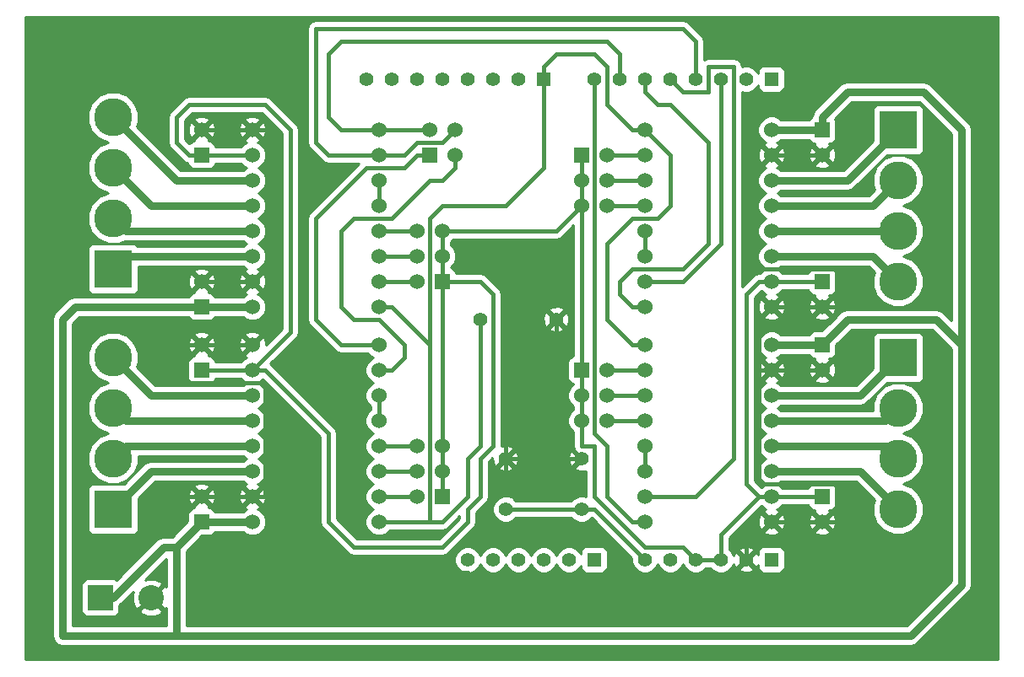
<source format=gbl>
G04 (created by PCBNEW-RS274X (2012-01-19 BZR 3256)-stable) date 1/15/2013 11:21:01 AM*
G01*
G70*
G90*
%MOIN*%
G04 Gerber Fmt 3.4, Leading zero omitted, Abs format*
%FSLAX34Y34*%
G04 APERTURE LIST*
%ADD10C,0.006000*%
%ADD11C,0.055000*%
%ADD12R,0.055000X0.055000*%
%ADD13R,0.060000X0.060000*%
%ADD14C,0.060000*%
%ADD15C,0.150000*%
%ADD16R,0.150000X0.150000*%
%ADD17R,0.100000X0.100000*%
%ADD18C,0.100000*%
%ADD19C,0.015000*%
%ADD20C,0.030000*%
%ADD21C,0.010000*%
G04 APERTURE END LIST*
G54D10*
G54D11*
X38000Y-33500D03*
X38000Y-35500D03*
X35000Y-33500D03*
X35000Y-35500D03*
G54D12*
X36500Y-18500D03*
G54D11*
X35500Y-18500D03*
X34500Y-18500D03*
X33500Y-18500D03*
X32500Y-18500D03*
X31500Y-18500D03*
X30500Y-18500D03*
X29500Y-18500D03*
G54D12*
X45500Y-18500D03*
G54D11*
X44500Y-18500D03*
X43500Y-18500D03*
X42500Y-18500D03*
X41500Y-18500D03*
X40500Y-18500D03*
X39500Y-18500D03*
X38500Y-18500D03*
G54D12*
X45500Y-37500D03*
G54D11*
X44500Y-37500D03*
X43500Y-37500D03*
X42500Y-37500D03*
X41500Y-37500D03*
X40500Y-37500D03*
G54D12*
X38500Y-37500D03*
G54D11*
X37500Y-37500D03*
X36500Y-37500D03*
X35500Y-37500D03*
X34500Y-37500D03*
X33500Y-37500D03*
G54D13*
X38000Y-30000D03*
G54D14*
X39000Y-30000D03*
X38000Y-31000D03*
X39000Y-31000D03*
X38000Y-32000D03*
X39000Y-32000D03*
G54D13*
X32500Y-35000D03*
G54D14*
X31500Y-35000D03*
X32500Y-34000D03*
X31500Y-34000D03*
X32500Y-33000D03*
X31500Y-33000D03*
G54D13*
X32500Y-26500D03*
G54D14*
X31500Y-26500D03*
X32500Y-25500D03*
X31500Y-25500D03*
X32500Y-24500D03*
X31500Y-24500D03*
G54D13*
X38000Y-21500D03*
G54D14*
X39000Y-21500D03*
X38000Y-22500D03*
X39000Y-22500D03*
X38000Y-23500D03*
X39000Y-23500D03*
G54D15*
X50500Y-31500D03*
X50500Y-33500D03*
G54D16*
X50500Y-29500D03*
G54D15*
X50500Y-35500D03*
X19500Y-33500D03*
X19500Y-31500D03*
G54D16*
X19500Y-35500D03*
G54D15*
X19500Y-29500D03*
X19500Y-24000D03*
X19500Y-22000D03*
G54D16*
X19500Y-26000D03*
G54D15*
X19500Y-20000D03*
X50500Y-22500D03*
X50500Y-24500D03*
G54D16*
X50500Y-20500D03*
G54D15*
X50500Y-26500D03*
G54D17*
X19000Y-39000D03*
G54D18*
X21000Y-39000D03*
G54D14*
X45500Y-27500D03*
X45500Y-26500D03*
X45500Y-25500D03*
X45500Y-24500D03*
X45500Y-23500D03*
X45500Y-22500D03*
X45500Y-21500D03*
X45500Y-20500D03*
X40500Y-20500D03*
X40500Y-21500D03*
X40500Y-22500D03*
X40500Y-23500D03*
X40500Y-24500D03*
X40500Y-25500D03*
X40500Y-26500D03*
X40500Y-27500D03*
X25000Y-20500D03*
X25000Y-21500D03*
X25000Y-22500D03*
X25000Y-23500D03*
X25000Y-24500D03*
X25000Y-25500D03*
X25000Y-26500D03*
X25000Y-27500D03*
X30000Y-27500D03*
X30000Y-26500D03*
X30000Y-25500D03*
X30000Y-24500D03*
X30000Y-23500D03*
X30000Y-22500D03*
X30000Y-21500D03*
X30000Y-20500D03*
X45500Y-36000D03*
X45500Y-35000D03*
X45500Y-34000D03*
X45500Y-33000D03*
X45500Y-32000D03*
X45500Y-31000D03*
X45500Y-30000D03*
X45500Y-29000D03*
X40500Y-29000D03*
X40500Y-30000D03*
X40500Y-31000D03*
X40500Y-32000D03*
X40500Y-33000D03*
X40500Y-34000D03*
X40500Y-35000D03*
X40500Y-36000D03*
X25000Y-29000D03*
X25000Y-30000D03*
X25000Y-31000D03*
X25000Y-32000D03*
X25000Y-33000D03*
X25000Y-34000D03*
X25000Y-35000D03*
X25000Y-36000D03*
X30000Y-36000D03*
X30000Y-35000D03*
X30000Y-34000D03*
X30000Y-33000D03*
X30000Y-32000D03*
X30000Y-31000D03*
X30000Y-30000D03*
X30000Y-29000D03*
G54D11*
X34000Y-28000D03*
X37000Y-28000D03*
G54D13*
X47500Y-20500D03*
G54D14*
X47500Y-21500D03*
G54D13*
X23000Y-27500D03*
G54D14*
X23000Y-26500D03*
G54D13*
X47500Y-29000D03*
G54D14*
X47500Y-30000D03*
G54D13*
X23000Y-36000D03*
G54D14*
X23000Y-35000D03*
G54D13*
X47500Y-26500D03*
G54D14*
X47500Y-27500D03*
G54D13*
X23000Y-21500D03*
G54D14*
X23000Y-20500D03*
G54D13*
X47500Y-35000D03*
G54D14*
X47500Y-36000D03*
G54D13*
X23000Y-30000D03*
G54D14*
X23000Y-29000D03*
G54D13*
X32000Y-21500D03*
G54D14*
X32000Y-20500D03*
X33000Y-21500D03*
X33000Y-20500D03*
G54D19*
X43500Y-36500D02*
X45000Y-35000D01*
X38000Y-30000D02*
X38000Y-23500D01*
X45500Y-26500D02*
X45000Y-26500D01*
X44500Y-34500D02*
X45000Y-35000D01*
X44500Y-27000D02*
X44500Y-34500D01*
X45000Y-26500D02*
X44500Y-27000D01*
X43500Y-37500D02*
X43500Y-36500D01*
X45000Y-35000D02*
X45500Y-35000D01*
X42000Y-37000D02*
X42500Y-37500D01*
X40500Y-37000D02*
X42000Y-37000D01*
X38500Y-35000D02*
X40500Y-37000D01*
X38500Y-34000D02*
X38500Y-35000D01*
X38500Y-33000D02*
X38500Y-34000D01*
X38000Y-33000D02*
X38500Y-33000D01*
X38000Y-32000D02*
X38000Y-33000D01*
X42500Y-37500D02*
X43500Y-37500D01*
X25000Y-30000D02*
X25500Y-30000D01*
X34000Y-26500D02*
X32500Y-26500D01*
X34500Y-27000D02*
X34000Y-26500D01*
X34500Y-33000D02*
X34500Y-27000D01*
X34000Y-33500D02*
X34500Y-33000D01*
X34000Y-35000D02*
X34000Y-33500D01*
X33500Y-35500D02*
X34000Y-35000D01*
X33500Y-36000D02*
X33500Y-35500D01*
X32500Y-37000D02*
X33500Y-36000D01*
X29000Y-37000D02*
X32500Y-37000D01*
X28000Y-36000D02*
X29000Y-37000D01*
X22500Y-21500D02*
X23000Y-21500D01*
X22000Y-21000D02*
X22500Y-21500D01*
X22000Y-20000D02*
X22000Y-21000D01*
X22500Y-19500D02*
X22000Y-20000D01*
X25500Y-19500D02*
X22500Y-19500D01*
X26500Y-20500D02*
X25500Y-19500D01*
X26500Y-28500D02*
X26500Y-20500D01*
X45500Y-26500D02*
X47500Y-26500D01*
X25500Y-30000D02*
X28000Y-32500D01*
X32500Y-24500D02*
X37000Y-24500D01*
X37000Y-24500D02*
X38000Y-23500D01*
X32500Y-33000D02*
X32500Y-26500D01*
X25000Y-30000D02*
X26500Y-28500D01*
X38000Y-32000D02*
X38000Y-31000D01*
X28000Y-32500D02*
X28000Y-36000D01*
X38000Y-22500D02*
X38000Y-21500D01*
X38000Y-31000D02*
X38000Y-30000D01*
X32500Y-26500D02*
X32500Y-25500D01*
X32500Y-25500D02*
X32500Y-24500D01*
X32500Y-35000D02*
X32500Y-34000D01*
X32500Y-34000D02*
X32500Y-33000D01*
X23000Y-30000D02*
X25000Y-30000D01*
X45500Y-35000D02*
X47500Y-35000D01*
X23000Y-21500D02*
X25000Y-21500D01*
X38000Y-23500D02*
X38000Y-22500D01*
X36500Y-18500D02*
X36500Y-18000D01*
X40000Y-29000D02*
X39000Y-28000D01*
X36500Y-18000D02*
X37000Y-17500D01*
X39000Y-25000D02*
X40000Y-24000D01*
X38500Y-17500D02*
X39000Y-18000D01*
X37000Y-17500D02*
X38500Y-17500D01*
X40500Y-29000D02*
X40000Y-29000D01*
X39000Y-19500D02*
X40000Y-20500D01*
X41500Y-23500D02*
X41500Y-21500D01*
X41000Y-24000D02*
X41500Y-23500D01*
X40000Y-24000D02*
X41000Y-24000D01*
X41500Y-21500D02*
X40500Y-20500D01*
X40000Y-20500D02*
X40500Y-20500D01*
X39000Y-28000D02*
X39000Y-25000D01*
X39000Y-18000D02*
X39000Y-19500D01*
X30500Y-27500D02*
X32000Y-29000D01*
X35000Y-23500D02*
X32500Y-23500D01*
X36500Y-22000D02*
X35000Y-23500D01*
X36500Y-18500D02*
X36500Y-22000D01*
X32500Y-23500D02*
X32000Y-24000D01*
X32000Y-24000D02*
X32000Y-29000D01*
X30000Y-27500D02*
X30500Y-27500D01*
X32000Y-29000D02*
X32000Y-36000D01*
X32000Y-36000D02*
X32500Y-36000D01*
X30000Y-36000D02*
X32000Y-36000D01*
X32500Y-36000D02*
X33500Y-35000D01*
X33500Y-35000D02*
X33500Y-33500D01*
X34000Y-33000D02*
X34000Y-28000D01*
X33500Y-33500D02*
X34000Y-33000D01*
G54D20*
X51000Y-40500D02*
X53000Y-38500D01*
X22000Y-37000D02*
X22000Y-38000D01*
X19500Y-39000D02*
X21500Y-37000D01*
X23000Y-36000D02*
X25000Y-36000D01*
X45500Y-20500D02*
X47500Y-20500D01*
X45500Y-29000D02*
X47500Y-29000D01*
X47500Y-20500D02*
X47500Y-20000D01*
X51500Y-19000D02*
X53000Y-20500D01*
X48500Y-19000D02*
X51500Y-19000D01*
X53000Y-20500D02*
X53000Y-29000D01*
X17500Y-28000D02*
X18000Y-27500D01*
X18000Y-27500D02*
X23000Y-27500D01*
X22000Y-40500D02*
X51000Y-40500D01*
X19000Y-39000D02*
X19500Y-39000D01*
X22000Y-38000D02*
X22000Y-40500D01*
X22000Y-40500D02*
X17500Y-40500D01*
X17500Y-40500D02*
X17500Y-34000D01*
X17500Y-34000D02*
X17500Y-28000D01*
X23000Y-27500D02*
X25000Y-27500D01*
X47500Y-20000D02*
X48500Y-19000D01*
X52000Y-28000D02*
X48500Y-28000D01*
X53000Y-29000D02*
X52000Y-28000D01*
X48500Y-28000D02*
X47500Y-29000D01*
X53000Y-38500D02*
X53000Y-29000D01*
X21500Y-37000D02*
X22000Y-37000D01*
X22000Y-37000D02*
X23000Y-36000D01*
G54D19*
X29500Y-22000D02*
X27500Y-24000D01*
X31000Y-22000D02*
X29500Y-22000D01*
X31500Y-21500D02*
X31000Y-22000D01*
X27500Y-24000D02*
X27500Y-28000D01*
X28500Y-29000D02*
X30000Y-29000D01*
X32000Y-21500D02*
X31500Y-21500D01*
X27500Y-28000D02*
X28500Y-29000D01*
X30000Y-30000D02*
X30500Y-30000D01*
X33000Y-22000D02*
X33000Y-21500D01*
X32500Y-22500D02*
X33000Y-22000D01*
X32000Y-22500D02*
X32500Y-22500D01*
X30500Y-24000D02*
X32000Y-22500D01*
X29000Y-24000D02*
X30500Y-24000D01*
X28500Y-24500D02*
X29000Y-24000D01*
X28500Y-27500D02*
X28500Y-24500D01*
X29000Y-28000D02*
X28500Y-27500D01*
X30000Y-28000D02*
X29000Y-28000D01*
X31000Y-29000D02*
X30000Y-28000D01*
X31000Y-29500D02*
X31000Y-29000D01*
X30500Y-30000D02*
X31000Y-29500D01*
X41000Y-19500D02*
X41500Y-19500D01*
X39500Y-26500D02*
X39500Y-27000D01*
X39500Y-27000D02*
X40000Y-27500D01*
X40500Y-19000D02*
X41000Y-19500D01*
X40500Y-18500D02*
X40500Y-19000D01*
X40000Y-27500D02*
X40500Y-27500D01*
X41500Y-19500D02*
X43000Y-21000D01*
X42000Y-26000D02*
X40000Y-26000D01*
X40000Y-26000D02*
X39500Y-26500D01*
X43000Y-25000D02*
X42000Y-26000D01*
X43000Y-21000D02*
X43000Y-25000D01*
X42000Y-26500D02*
X40500Y-26500D01*
X43500Y-25000D02*
X42000Y-26500D01*
X43500Y-18500D02*
X43500Y-25000D01*
X39500Y-17500D02*
X39000Y-17000D01*
X39000Y-17000D02*
X28500Y-17000D01*
X28500Y-17000D02*
X28000Y-17500D01*
X39500Y-18500D02*
X39500Y-17500D01*
X30000Y-20500D02*
X32000Y-20500D01*
X28000Y-17500D02*
X28000Y-20000D01*
X28000Y-20000D02*
X28500Y-20500D01*
X28500Y-20500D02*
X30000Y-20500D01*
X30000Y-21500D02*
X31000Y-21500D01*
X32500Y-21000D02*
X33000Y-20500D01*
X31500Y-21000D02*
X32500Y-21000D01*
X31000Y-21500D02*
X31500Y-21000D01*
X27500Y-16500D02*
X27500Y-21000D01*
X42500Y-18500D02*
X42500Y-17000D01*
X28000Y-21500D02*
X30000Y-21500D01*
X42000Y-16500D02*
X27500Y-16500D01*
X42500Y-17000D02*
X42000Y-16500D01*
X27500Y-21000D02*
X28000Y-21500D01*
X40500Y-36000D02*
X40000Y-36000D01*
X40000Y-36000D02*
X39000Y-35000D01*
X38500Y-32500D02*
X38500Y-18500D01*
X39000Y-33000D02*
X38500Y-32500D01*
X39000Y-35000D02*
X39000Y-33000D01*
X44000Y-18000D02*
X44000Y-19500D01*
X43000Y-18500D02*
X43000Y-18000D01*
X43000Y-18000D02*
X43500Y-18000D01*
X42500Y-19000D02*
X43000Y-19000D01*
X43000Y-19000D02*
X43000Y-18500D01*
X42000Y-19000D02*
X42500Y-19000D01*
X43500Y-18000D02*
X44000Y-18000D01*
X41500Y-18500D02*
X42000Y-19000D01*
X42500Y-35000D02*
X40500Y-35000D01*
X44000Y-19500D02*
X44000Y-33500D01*
X44000Y-33500D02*
X42500Y-35000D01*
X48500Y-35500D02*
X48000Y-36000D01*
X34000Y-36000D02*
X34000Y-35500D01*
X33500Y-38000D02*
X34000Y-38500D01*
X45500Y-30000D02*
X47500Y-30000D01*
X45000Y-34500D02*
X48000Y-34500D01*
X48500Y-35000D02*
X48500Y-35500D01*
X44500Y-37500D02*
X44500Y-37000D01*
X22000Y-29500D02*
X22500Y-29000D01*
X22500Y-29000D02*
X23000Y-29000D01*
X37000Y-30000D02*
X35000Y-32000D01*
X25000Y-35000D02*
X25500Y-35000D01*
X32000Y-38000D02*
X33500Y-38000D01*
X43500Y-38500D02*
X44500Y-37500D01*
X25500Y-35000D02*
X25500Y-30500D01*
X37000Y-28000D02*
X37000Y-30000D01*
X45000Y-30000D02*
X45000Y-34500D01*
X34000Y-38500D02*
X43500Y-38500D01*
X25500Y-30500D02*
X25000Y-30500D01*
X28500Y-38000D02*
X32000Y-38000D01*
X25500Y-35000D02*
X28500Y-38000D01*
X22000Y-30000D02*
X22000Y-29500D01*
X32000Y-38000D02*
X34000Y-36000D01*
X34000Y-35500D02*
X35000Y-34500D01*
X35000Y-34500D02*
X35000Y-33500D01*
X48000Y-34500D02*
X48500Y-35000D01*
X44500Y-37000D02*
X45500Y-36000D01*
X25000Y-30500D02*
X22500Y-30500D01*
X22500Y-30500D02*
X22000Y-30000D01*
X45000Y-30000D02*
X45500Y-30000D01*
X45000Y-28000D02*
X45000Y-30000D01*
X48000Y-36000D02*
X47500Y-36000D01*
X45500Y-27500D02*
X45000Y-28000D01*
X48500Y-27000D02*
X48000Y-27500D01*
X18500Y-40000D02*
X18000Y-39500D01*
X25000Y-29000D02*
X26000Y-28000D01*
X44500Y-22500D02*
X44500Y-25500D01*
X45500Y-21500D02*
X47500Y-21500D01*
X45500Y-27500D02*
X47500Y-27500D01*
X20000Y-40000D02*
X18500Y-40000D01*
X35000Y-32000D02*
X35000Y-33500D01*
X45500Y-36000D02*
X47500Y-36000D01*
X48500Y-26500D02*
X48500Y-27000D01*
X48000Y-27500D02*
X47500Y-27500D01*
X45500Y-21500D02*
X44500Y-22500D01*
X19500Y-38000D02*
X22500Y-35000D01*
X48000Y-26000D02*
X48500Y-26500D01*
X26000Y-28000D02*
X26000Y-27500D01*
X26000Y-27500D02*
X25000Y-26500D01*
X45000Y-26000D02*
X48000Y-26000D01*
X25000Y-20500D02*
X25500Y-20500D01*
X23000Y-29000D02*
X25000Y-29000D01*
X23000Y-20500D02*
X25000Y-20500D01*
X25500Y-20500D02*
X26000Y-21000D01*
X44500Y-25500D02*
X45000Y-26000D01*
X18000Y-39500D02*
X18000Y-38500D01*
X23000Y-35000D02*
X25000Y-35000D01*
X21000Y-39000D02*
X20000Y-40000D01*
X22500Y-35000D02*
X23000Y-35000D01*
X26000Y-25500D02*
X25000Y-26500D01*
X26000Y-21000D02*
X26000Y-25500D01*
X18000Y-38500D02*
X18500Y-38000D01*
X35000Y-33500D02*
X38000Y-33500D01*
X23000Y-26500D02*
X25000Y-26500D01*
X18500Y-38000D02*
X19500Y-38000D01*
G54D20*
X45500Y-23500D02*
X49500Y-23500D01*
X49500Y-23500D02*
X50500Y-22500D01*
X45500Y-22500D02*
X48500Y-22500D01*
X48500Y-22500D02*
X50500Y-20500D01*
X45500Y-24500D02*
X50500Y-24500D01*
G54D19*
X40500Y-25500D02*
X40500Y-24500D01*
X39000Y-23500D02*
X40500Y-23500D01*
X39000Y-22500D02*
X40500Y-22500D01*
X39000Y-21500D02*
X40500Y-21500D01*
X38500Y-35500D02*
X40500Y-37500D01*
X38000Y-35500D02*
X35000Y-35500D01*
X38000Y-35500D02*
X38500Y-35500D01*
G54D20*
X45500Y-32000D02*
X50000Y-32000D01*
X50000Y-32000D02*
X50500Y-31500D01*
G54D19*
X30000Y-31000D02*
X30000Y-32000D01*
X30000Y-33000D02*
X31500Y-33000D01*
X30000Y-34000D02*
X31500Y-34000D01*
X30000Y-35000D02*
X31500Y-35000D01*
X30000Y-26500D02*
X31500Y-26500D01*
G54D20*
X49000Y-34000D02*
X50500Y-35500D01*
X45500Y-34000D02*
X49000Y-34000D01*
G54D19*
X40500Y-34000D02*
X40500Y-33000D01*
X39000Y-32000D02*
X40500Y-32000D01*
X39000Y-31000D02*
X40500Y-31000D01*
X39000Y-30000D02*
X40500Y-30000D01*
G54D20*
X45500Y-25500D02*
X49500Y-25500D01*
X49500Y-25500D02*
X50500Y-26500D01*
X20000Y-25500D02*
X19500Y-26000D01*
X25000Y-25500D02*
X20000Y-25500D01*
X25000Y-24500D02*
X20000Y-24500D01*
X20000Y-24500D02*
X19500Y-24000D01*
X21000Y-23500D02*
X19500Y-22000D01*
X25000Y-23500D02*
X21000Y-23500D01*
X22000Y-22500D02*
X19500Y-20000D01*
X25000Y-22500D02*
X22000Y-22500D01*
G54D19*
X30000Y-22500D02*
X30000Y-23500D01*
X30000Y-24500D02*
X31500Y-24500D01*
X30000Y-25500D02*
X31500Y-25500D01*
G54D20*
X25000Y-32000D02*
X20000Y-32000D01*
X20000Y-32000D02*
X19500Y-31500D01*
X45500Y-33000D02*
X50000Y-33000D01*
X50000Y-33000D02*
X50500Y-33500D01*
X49000Y-31000D02*
X50500Y-29500D01*
X45500Y-31000D02*
X49000Y-31000D01*
X25000Y-31000D02*
X21000Y-31000D01*
X21000Y-31000D02*
X19500Y-29500D01*
X25000Y-33000D02*
X20000Y-33000D01*
X20000Y-33000D02*
X19500Y-33500D01*
X25000Y-34000D02*
X21000Y-34000D01*
X21000Y-34000D02*
X19500Y-35500D01*
G54D10*
G36*
X54450Y-41450D02*
X53400Y-41450D01*
X53400Y-38500D01*
X53400Y-29000D01*
X53400Y-20500D01*
X53370Y-20347D01*
X53370Y-20346D01*
X53283Y-20217D01*
X51783Y-18717D01*
X51653Y-18630D01*
X51500Y-18600D01*
X48500Y-18600D01*
X48346Y-18630D01*
X48217Y-18717D01*
X47217Y-19717D01*
X47130Y-19847D01*
X47105Y-19969D01*
X47059Y-19989D01*
X46989Y-20059D01*
X46971Y-20100D01*
X45876Y-20100D01*
X45811Y-20035D01*
X45609Y-19951D01*
X45391Y-19951D01*
X45189Y-20035D01*
X45035Y-20189D01*
X44951Y-20391D01*
X44951Y-20609D01*
X45035Y-20811D01*
X45189Y-20965D01*
X45280Y-21002D01*
X45219Y-21028D01*
X45192Y-21122D01*
X45500Y-21429D01*
X45808Y-21122D01*
X45781Y-21028D01*
X45715Y-21004D01*
X45811Y-20965D01*
X45876Y-20900D01*
X46972Y-20900D01*
X46989Y-20941D01*
X47059Y-21011D01*
X47150Y-21049D01*
X47212Y-21049D01*
X47192Y-21122D01*
X47500Y-21429D01*
X47808Y-21122D01*
X47787Y-21049D01*
X47849Y-21049D01*
X47941Y-21011D01*
X48011Y-20941D01*
X48049Y-20850D01*
X48049Y-20751D01*
X48049Y-20151D01*
X48011Y-20059D01*
X48009Y-20057D01*
X48666Y-19400D01*
X51334Y-19400D01*
X52600Y-20666D01*
X52600Y-28034D01*
X52283Y-27717D01*
X52153Y-27630D01*
X52000Y-27600D01*
X48500Y-27600D01*
X48346Y-27630D01*
X48217Y-27717D01*
X48043Y-27891D01*
X48043Y-27579D01*
X48032Y-27366D01*
X47972Y-27219D01*
X47878Y-27192D01*
X47571Y-27500D01*
X47878Y-27808D01*
X47972Y-27781D01*
X48043Y-27579D01*
X48043Y-27891D01*
X47808Y-28126D01*
X47808Y-27878D01*
X47500Y-27571D01*
X47429Y-27641D01*
X47429Y-27500D01*
X47122Y-27192D01*
X47028Y-27219D01*
X46957Y-27421D01*
X46968Y-27634D01*
X47028Y-27781D01*
X47122Y-27808D01*
X47429Y-27500D01*
X47429Y-27641D01*
X47192Y-27878D01*
X47219Y-27972D01*
X47421Y-28043D01*
X47634Y-28032D01*
X47781Y-27972D01*
X47808Y-27878D01*
X47808Y-28126D01*
X47483Y-28451D01*
X47151Y-28451D01*
X47059Y-28489D01*
X46989Y-28559D01*
X46971Y-28600D01*
X46043Y-28600D01*
X46043Y-27579D01*
X46032Y-27366D01*
X45972Y-27219D01*
X45878Y-27192D01*
X45571Y-27500D01*
X45878Y-27808D01*
X45972Y-27781D01*
X46043Y-27579D01*
X46043Y-28600D01*
X45876Y-28600D01*
X45811Y-28535D01*
X45808Y-28533D01*
X45808Y-27878D01*
X45500Y-27571D01*
X45429Y-27641D01*
X45429Y-27500D01*
X45122Y-27192D01*
X45028Y-27219D01*
X44957Y-27421D01*
X44968Y-27634D01*
X45028Y-27781D01*
X45122Y-27808D01*
X45429Y-27500D01*
X45429Y-27641D01*
X45192Y-27878D01*
X45219Y-27972D01*
X45421Y-28043D01*
X45634Y-28032D01*
X45781Y-27972D01*
X45808Y-27878D01*
X45808Y-28533D01*
X45609Y-28451D01*
X45391Y-28451D01*
X45189Y-28535D01*
X45035Y-28689D01*
X44951Y-28891D01*
X44951Y-29109D01*
X45035Y-29311D01*
X45189Y-29465D01*
X45280Y-29502D01*
X45219Y-29528D01*
X45192Y-29622D01*
X45500Y-29929D01*
X45808Y-29622D01*
X45781Y-29528D01*
X45715Y-29504D01*
X45811Y-29465D01*
X45876Y-29400D01*
X46972Y-29400D01*
X46989Y-29441D01*
X47059Y-29511D01*
X47150Y-29549D01*
X47212Y-29549D01*
X47192Y-29622D01*
X47500Y-29929D01*
X47808Y-29622D01*
X47787Y-29549D01*
X47849Y-29549D01*
X47941Y-29511D01*
X48011Y-29441D01*
X48049Y-29350D01*
X48049Y-29251D01*
X48049Y-29017D01*
X48666Y-28400D01*
X51834Y-28400D01*
X52600Y-29166D01*
X52600Y-38334D01*
X51500Y-39434D01*
X51500Y-35700D01*
X51500Y-35302D01*
X51348Y-34934D01*
X51067Y-34653D01*
X50700Y-34500D01*
X50698Y-34500D01*
X51066Y-34348D01*
X51347Y-34067D01*
X51500Y-33700D01*
X51500Y-33302D01*
X51348Y-32934D01*
X51067Y-32653D01*
X50700Y-32500D01*
X50698Y-32500D01*
X51066Y-32348D01*
X51347Y-32067D01*
X51500Y-31700D01*
X51500Y-31302D01*
X51348Y-30934D01*
X51067Y-30653D01*
X50700Y-30500D01*
X50302Y-30500D01*
X49934Y-30652D01*
X49653Y-30933D01*
X49500Y-31300D01*
X49500Y-31600D01*
X45876Y-31600D01*
X45811Y-31535D01*
X45726Y-31500D01*
X45811Y-31465D01*
X45876Y-31400D01*
X49000Y-31400D01*
X49153Y-31370D01*
X49283Y-31283D01*
X50067Y-30499D01*
X51299Y-30499D01*
X51391Y-30461D01*
X51461Y-30391D01*
X51499Y-30300D01*
X51499Y-30201D01*
X51499Y-28701D01*
X51461Y-28609D01*
X51391Y-28539D01*
X51300Y-28501D01*
X51201Y-28501D01*
X49701Y-28501D01*
X49609Y-28539D01*
X49539Y-28609D01*
X49501Y-28700D01*
X49501Y-28799D01*
X49501Y-29933D01*
X48834Y-30600D01*
X48043Y-30600D01*
X48043Y-30079D01*
X48032Y-29866D01*
X47972Y-29719D01*
X47878Y-29692D01*
X47571Y-30000D01*
X47878Y-30308D01*
X47972Y-30281D01*
X48043Y-30079D01*
X48043Y-30600D01*
X47808Y-30600D01*
X47808Y-30378D01*
X47500Y-30071D01*
X47429Y-30141D01*
X47429Y-30000D01*
X47122Y-29692D01*
X47028Y-29719D01*
X46957Y-29921D01*
X46968Y-30134D01*
X47028Y-30281D01*
X47122Y-30308D01*
X47429Y-30000D01*
X47429Y-30141D01*
X47192Y-30378D01*
X47219Y-30472D01*
X47421Y-30543D01*
X47634Y-30532D01*
X47781Y-30472D01*
X47808Y-30378D01*
X47808Y-30600D01*
X46043Y-30600D01*
X46043Y-30079D01*
X46032Y-29866D01*
X45972Y-29719D01*
X45878Y-29692D01*
X45571Y-30000D01*
X45878Y-30308D01*
X45972Y-30281D01*
X46043Y-30079D01*
X46043Y-30600D01*
X45876Y-30600D01*
X45811Y-30535D01*
X45719Y-30497D01*
X45781Y-30472D01*
X45808Y-30378D01*
X45500Y-30071D01*
X45429Y-30141D01*
X45429Y-30000D01*
X45122Y-29692D01*
X45028Y-29719D01*
X44957Y-29921D01*
X44968Y-30134D01*
X45028Y-30281D01*
X45122Y-30308D01*
X45429Y-30000D01*
X45429Y-30141D01*
X45192Y-30378D01*
X45219Y-30472D01*
X45284Y-30495D01*
X45189Y-30535D01*
X45035Y-30689D01*
X44951Y-30891D01*
X44951Y-31109D01*
X45035Y-31311D01*
X45189Y-31465D01*
X45273Y-31500D01*
X45189Y-31535D01*
X45035Y-31689D01*
X44951Y-31891D01*
X44951Y-32109D01*
X45035Y-32311D01*
X45189Y-32465D01*
X45273Y-32500D01*
X45189Y-32535D01*
X45035Y-32689D01*
X44951Y-32891D01*
X44951Y-33109D01*
X45035Y-33311D01*
X45189Y-33465D01*
X45273Y-33500D01*
X45189Y-33535D01*
X45035Y-33689D01*
X44951Y-33891D01*
X44951Y-34109D01*
X45035Y-34311D01*
X45189Y-34465D01*
X45273Y-34500D01*
X45189Y-34535D01*
X45092Y-34632D01*
X44825Y-34365D01*
X44825Y-27135D01*
X45092Y-26868D01*
X45189Y-26965D01*
X45280Y-27002D01*
X45219Y-27028D01*
X45192Y-27122D01*
X45500Y-27429D01*
X45808Y-27122D01*
X45781Y-27028D01*
X45715Y-27004D01*
X45811Y-26965D01*
X45951Y-26825D01*
X46951Y-26825D01*
X46951Y-26849D01*
X46989Y-26941D01*
X47059Y-27011D01*
X47150Y-27049D01*
X47212Y-27049D01*
X47192Y-27122D01*
X47500Y-27429D01*
X47808Y-27122D01*
X47787Y-27049D01*
X47849Y-27049D01*
X47941Y-27011D01*
X48011Y-26941D01*
X48049Y-26850D01*
X48049Y-26751D01*
X48049Y-26151D01*
X48011Y-26059D01*
X47941Y-25989D01*
X47850Y-25951D01*
X47751Y-25951D01*
X47151Y-25951D01*
X47059Y-25989D01*
X46989Y-26059D01*
X46951Y-26150D01*
X46951Y-26175D01*
X45951Y-26175D01*
X45811Y-26035D01*
X45726Y-26000D01*
X45811Y-25965D01*
X45876Y-25900D01*
X49334Y-25900D01*
X49568Y-26134D01*
X49500Y-26300D01*
X49500Y-26698D01*
X49652Y-27066D01*
X49933Y-27347D01*
X50300Y-27500D01*
X50698Y-27500D01*
X51066Y-27348D01*
X51347Y-27067D01*
X51500Y-26700D01*
X51500Y-26302D01*
X51348Y-25934D01*
X51067Y-25653D01*
X50700Y-25500D01*
X50698Y-25500D01*
X51066Y-25348D01*
X51347Y-25067D01*
X51500Y-24700D01*
X51500Y-24302D01*
X51348Y-23934D01*
X51067Y-23653D01*
X50700Y-23500D01*
X50698Y-23500D01*
X51066Y-23348D01*
X51347Y-23067D01*
X51500Y-22700D01*
X51500Y-22302D01*
X51348Y-21934D01*
X51067Y-21653D01*
X50700Y-21500D01*
X50302Y-21500D01*
X49934Y-21652D01*
X49653Y-21933D01*
X49500Y-22300D01*
X49500Y-22698D01*
X49568Y-22865D01*
X49334Y-23100D01*
X45876Y-23100D01*
X45811Y-23035D01*
X45726Y-23000D01*
X45811Y-22965D01*
X45876Y-22900D01*
X48500Y-22900D01*
X48653Y-22870D01*
X48783Y-22783D01*
X50067Y-21499D01*
X51299Y-21499D01*
X51391Y-21461D01*
X51461Y-21391D01*
X51499Y-21300D01*
X51499Y-21201D01*
X51499Y-19701D01*
X51461Y-19609D01*
X51391Y-19539D01*
X51300Y-19501D01*
X51201Y-19501D01*
X49701Y-19501D01*
X49609Y-19539D01*
X49539Y-19609D01*
X49501Y-19700D01*
X49501Y-19799D01*
X49501Y-20933D01*
X48334Y-22100D01*
X48043Y-22100D01*
X48043Y-21579D01*
X48032Y-21366D01*
X47972Y-21219D01*
X47878Y-21192D01*
X47571Y-21500D01*
X47878Y-21808D01*
X47972Y-21781D01*
X48043Y-21579D01*
X48043Y-22100D01*
X47808Y-22100D01*
X47808Y-21878D01*
X47500Y-21571D01*
X47429Y-21641D01*
X47429Y-21500D01*
X47122Y-21192D01*
X47028Y-21219D01*
X46957Y-21421D01*
X46968Y-21634D01*
X47028Y-21781D01*
X47122Y-21808D01*
X47429Y-21500D01*
X47429Y-21641D01*
X47192Y-21878D01*
X47219Y-21972D01*
X47421Y-22043D01*
X47634Y-22032D01*
X47781Y-21972D01*
X47808Y-21878D01*
X47808Y-22100D01*
X46043Y-22100D01*
X46043Y-21579D01*
X46032Y-21366D01*
X45972Y-21219D01*
X45878Y-21192D01*
X45571Y-21500D01*
X45878Y-21808D01*
X45972Y-21781D01*
X46043Y-21579D01*
X46043Y-22100D01*
X45876Y-22100D01*
X45811Y-22035D01*
X45719Y-21997D01*
X45781Y-21972D01*
X45808Y-21878D01*
X45500Y-21571D01*
X45429Y-21641D01*
X45429Y-21500D01*
X45122Y-21192D01*
X45028Y-21219D01*
X44957Y-21421D01*
X44968Y-21634D01*
X45028Y-21781D01*
X45122Y-21808D01*
X45429Y-21500D01*
X45429Y-21641D01*
X45192Y-21878D01*
X45219Y-21972D01*
X45284Y-21995D01*
X45189Y-22035D01*
X45035Y-22189D01*
X44951Y-22391D01*
X44951Y-22609D01*
X45035Y-22811D01*
X45189Y-22965D01*
X45273Y-23000D01*
X45189Y-23035D01*
X45035Y-23189D01*
X44951Y-23391D01*
X44951Y-23609D01*
X45035Y-23811D01*
X45189Y-23965D01*
X45273Y-24000D01*
X45189Y-24035D01*
X45035Y-24189D01*
X44951Y-24391D01*
X44951Y-24609D01*
X45035Y-24811D01*
X45189Y-24965D01*
X45273Y-25000D01*
X45189Y-25035D01*
X45035Y-25189D01*
X44951Y-25391D01*
X44951Y-25609D01*
X45035Y-25811D01*
X45189Y-25965D01*
X45273Y-26000D01*
X45189Y-26035D01*
X45049Y-26175D01*
X45000Y-26175D01*
X44875Y-26200D01*
X44770Y-26270D01*
X44325Y-26715D01*
X44325Y-19500D01*
X44325Y-18995D01*
X44395Y-19025D01*
X44604Y-19025D01*
X44797Y-18945D01*
X44945Y-18798D01*
X44976Y-18723D01*
X44976Y-18824D01*
X45014Y-18916D01*
X45084Y-18986D01*
X45175Y-19024D01*
X45274Y-19024D01*
X45824Y-19024D01*
X45916Y-18986D01*
X45986Y-18916D01*
X46024Y-18825D01*
X46024Y-18726D01*
X46024Y-18176D01*
X45986Y-18084D01*
X45916Y-18014D01*
X45825Y-17976D01*
X45726Y-17976D01*
X45176Y-17976D01*
X45084Y-18014D01*
X45014Y-18084D01*
X44976Y-18175D01*
X44976Y-18274D01*
X44976Y-18277D01*
X44945Y-18203D01*
X44798Y-18055D01*
X44605Y-17975D01*
X44396Y-17975D01*
X44325Y-18004D01*
X44325Y-18000D01*
X44300Y-17876D01*
X44230Y-17770D01*
X44124Y-17700D01*
X44000Y-17675D01*
X43500Y-17675D01*
X43000Y-17675D01*
X42876Y-17700D01*
X42825Y-17733D01*
X42825Y-17000D01*
X42800Y-16876D01*
X42800Y-16875D01*
X42730Y-16770D01*
X42230Y-16270D01*
X42124Y-16200D01*
X42000Y-16175D01*
X27500Y-16175D01*
X27376Y-16200D01*
X27270Y-16270D01*
X27200Y-16376D01*
X27175Y-16500D01*
X27175Y-21000D01*
X27200Y-21124D01*
X27270Y-21230D01*
X27770Y-21730D01*
X27875Y-21800D01*
X27876Y-21800D01*
X28000Y-21825D01*
X29215Y-21825D01*
X27270Y-23770D01*
X27200Y-23876D01*
X27175Y-24000D01*
X27175Y-28000D01*
X27200Y-28124D01*
X27270Y-28230D01*
X28270Y-29230D01*
X28375Y-29300D01*
X28376Y-29300D01*
X28500Y-29325D01*
X29549Y-29325D01*
X29689Y-29465D01*
X29773Y-29500D01*
X29689Y-29535D01*
X29535Y-29689D01*
X29451Y-29891D01*
X29451Y-30109D01*
X29535Y-30311D01*
X29689Y-30465D01*
X29773Y-30500D01*
X29689Y-30535D01*
X29535Y-30689D01*
X29451Y-30891D01*
X29451Y-31109D01*
X29535Y-31311D01*
X29675Y-31451D01*
X29675Y-31549D01*
X29535Y-31689D01*
X29451Y-31891D01*
X29451Y-32109D01*
X29535Y-32311D01*
X29689Y-32465D01*
X29773Y-32500D01*
X29689Y-32535D01*
X29535Y-32689D01*
X29451Y-32891D01*
X29451Y-33109D01*
X29535Y-33311D01*
X29689Y-33465D01*
X29773Y-33500D01*
X29689Y-33535D01*
X29535Y-33689D01*
X29451Y-33891D01*
X29451Y-34109D01*
X29535Y-34311D01*
X29689Y-34465D01*
X29773Y-34500D01*
X29689Y-34535D01*
X29535Y-34689D01*
X29451Y-34891D01*
X29451Y-35109D01*
X29535Y-35311D01*
X29689Y-35465D01*
X29773Y-35500D01*
X29689Y-35535D01*
X29535Y-35689D01*
X29451Y-35891D01*
X29451Y-36109D01*
X29535Y-36311D01*
X29689Y-36465D01*
X29891Y-36549D01*
X30109Y-36549D01*
X30311Y-36465D01*
X30451Y-36325D01*
X32000Y-36325D01*
X32500Y-36325D01*
X32624Y-36300D01*
X32730Y-36230D01*
X33175Y-35785D01*
X33175Y-35865D01*
X32365Y-36675D01*
X29135Y-36675D01*
X28325Y-35865D01*
X28325Y-32500D01*
X28300Y-32376D01*
X28299Y-32375D01*
X28230Y-32270D01*
X28227Y-32268D01*
X25730Y-29770D01*
X25705Y-29754D01*
X26730Y-28730D01*
X26800Y-28625D01*
X26800Y-28624D01*
X26825Y-28500D01*
X26825Y-20500D01*
X26800Y-20376D01*
X26800Y-20375D01*
X26730Y-20270D01*
X25730Y-19270D01*
X25624Y-19200D01*
X25500Y-19175D01*
X22500Y-19175D01*
X22375Y-19200D01*
X22270Y-19270D01*
X21770Y-19770D01*
X21700Y-19876D01*
X21675Y-20000D01*
X21675Y-21000D01*
X21700Y-21124D01*
X21770Y-21230D01*
X22270Y-21730D01*
X22375Y-21800D01*
X22376Y-21800D01*
X22451Y-21815D01*
X22451Y-21849D01*
X22489Y-21941D01*
X22559Y-22011D01*
X22650Y-22049D01*
X22749Y-22049D01*
X23349Y-22049D01*
X23441Y-22011D01*
X23511Y-21941D01*
X23549Y-21850D01*
X23549Y-21825D01*
X24549Y-21825D01*
X24689Y-21965D01*
X24773Y-22000D01*
X24689Y-22035D01*
X24624Y-22100D01*
X22165Y-22100D01*
X20431Y-20365D01*
X20500Y-20200D01*
X20500Y-19802D01*
X20348Y-19434D01*
X20067Y-19153D01*
X19700Y-19000D01*
X19302Y-19000D01*
X18934Y-19152D01*
X18653Y-19433D01*
X18500Y-19800D01*
X18500Y-20198D01*
X18652Y-20566D01*
X18933Y-20847D01*
X19300Y-21000D01*
X18934Y-21152D01*
X18653Y-21433D01*
X18500Y-21800D01*
X18500Y-22198D01*
X18652Y-22566D01*
X18933Y-22847D01*
X19300Y-23000D01*
X18934Y-23152D01*
X18653Y-23433D01*
X18500Y-23800D01*
X18500Y-24198D01*
X18652Y-24566D01*
X18933Y-24847D01*
X19300Y-25000D01*
X19698Y-25000D01*
X19959Y-24892D01*
X20000Y-24900D01*
X24624Y-24900D01*
X24689Y-24965D01*
X24773Y-25000D01*
X24689Y-25035D01*
X24624Y-25100D01*
X20452Y-25100D01*
X20391Y-25039D01*
X20300Y-25001D01*
X20201Y-25001D01*
X18701Y-25001D01*
X18609Y-25039D01*
X18539Y-25109D01*
X18501Y-25200D01*
X18501Y-25299D01*
X18501Y-26799D01*
X18539Y-26891D01*
X18609Y-26961D01*
X18700Y-26999D01*
X18799Y-26999D01*
X20299Y-26999D01*
X20391Y-26961D01*
X20461Y-26891D01*
X20499Y-26800D01*
X20499Y-26701D01*
X20499Y-25900D01*
X24624Y-25900D01*
X24689Y-25965D01*
X24780Y-26002D01*
X24719Y-26028D01*
X24692Y-26122D01*
X25000Y-26429D01*
X25308Y-26122D01*
X25281Y-26028D01*
X25215Y-26004D01*
X25311Y-25965D01*
X25465Y-25811D01*
X25549Y-25609D01*
X25549Y-25391D01*
X25465Y-25189D01*
X25311Y-25035D01*
X25226Y-25000D01*
X25311Y-24965D01*
X25465Y-24811D01*
X25549Y-24609D01*
X25549Y-24391D01*
X25465Y-24189D01*
X25311Y-24035D01*
X25226Y-24000D01*
X25311Y-23965D01*
X25465Y-23811D01*
X25549Y-23609D01*
X25549Y-23391D01*
X25465Y-23189D01*
X25311Y-23035D01*
X25226Y-23000D01*
X25311Y-22965D01*
X25465Y-22811D01*
X25549Y-22609D01*
X25549Y-22391D01*
X25465Y-22189D01*
X25311Y-22035D01*
X25226Y-22000D01*
X25311Y-21965D01*
X25465Y-21811D01*
X25549Y-21609D01*
X25549Y-21391D01*
X25543Y-21376D01*
X25543Y-20579D01*
X25532Y-20366D01*
X25472Y-20219D01*
X25378Y-20192D01*
X25308Y-20262D01*
X25308Y-20122D01*
X25281Y-20028D01*
X25079Y-19957D01*
X24866Y-19968D01*
X24719Y-20028D01*
X24692Y-20122D01*
X25000Y-20429D01*
X25308Y-20122D01*
X25308Y-20262D01*
X25071Y-20500D01*
X25378Y-20808D01*
X25472Y-20781D01*
X25543Y-20579D01*
X25543Y-21376D01*
X25465Y-21189D01*
X25311Y-21035D01*
X25219Y-20997D01*
X25281Y-20972D01*
X25308Y-20878D01*
X25000Y-20571D01*
X24929Y-20641D01*
X24929Y-20500D01*
X24622Y-20192D01*
X24528Y-20219D01*
X24457Y-20421D01*
X24468Y-20634D01*
X24528Y-20781D01*
X24622Y-20808D01*
X24929Y-20500D01*
X24929Y-20641D01*
X24692Y-20878D01*
X24719Y-20972D01*
X24784Y-20995D01*
X24689Y-21035D01*
X24549Y-21175D01*
X23549Y-21175D01*
X23549Y-21151D01*
X23543Y-21136D01*
X23543Y-20579D01*
X23532Y-20366D01*
X23472Y-20219D01*
X23378Y-20192D01*
X23308Y-20262D01*
X23308Y-20122D01*
X23281Y-20028D01*
X23079Y-19957D01*
X22866Y-19968D01*
X22719Y-20028D01*
X22692Y-20122D01*
X23000Y-20429D01*
X23308Y-20122D01*
X23308Y-20262D01*
X23071Y-20500D01*
X23378Y-20808D01*
X23472Y-20781D01*
X23543Y-20579D01*
X23543Y-21136D01*
X23511Y-21059D01*
X23441Y-20989D01*
X23350Y-20951D01*
X23287Y-20951D01*
X23308Y-20878D01*
X23000Y-20571D01*
X22929Y-20641D01*
X22929Y-20500D01*
X22622Y-20192D01*
X22528Y-20219D01*
X22457Y-20421D01*
X22468Y-20634D01*
X22528Y-20781D01*
X22622Y-20808D01*
X22929Y-20500D01*
X22929Y-20641D01*
X22692Y-20878D01*
X22712Y-20951D01*
X22651Y-20951D01*
X22559Y-20989D01*
X22504Y-21044D01*
X22325Y-20865D01*
X22325Y-20135D01*
X22635Y-19825D01*
X25365Y-19825D01*
X26175Y-20635D01*
X26175Y-28365D01*
X25538Y-29001D01*
X25532Y-28866D01*
X25472Y-28719D01*
X25378Y-28692D01*
X25308Y-28762D01*
X25308Y-28622D01*
X25281Y-28528D01*
X25079Y-28457D01*
X24866Y-28468D01*
X24719Y-28528D01*
X24692Y-28622D01*
X25000Y-28929D01*
X25308Y-28622D01*
X25308Y-28762D01*
X25071Y-29000D01*
X25000Y-29071D01*
X24929Y-29141D01*
X24929Y-29000D01*
X24622Y-28692D01*
X24528Y-28719D01*
X24457Y-28921D01*
X24468Y-29134D01*
X24528Y-29281D01*
X24622Y-29308D01*
X24929Y-29000D01*
X24929Y-29141D01*
X24692Y-29378D01*
X24719Y-29472D01*
X24784Y-29495D01*
X24689Y-29535D01*
X24549Y-29675D01*
X23549Y-29675D01*
X23549Y-29651D01*
X23543Y-29636D01*
X23543Y-29079D01*
X23532Y-28866D01*
X23472Y-28719D01*
X23378Y-28692D01*
X23308Y-28762D01*
X23308Y-28622D01*
X23281Y-28528D01*
X23079Y-28457D01*
X22866Y-28468D01*
X22719Y-28528D01*
X22692Y-28622D01*
X23000Y-28929D01*
X23308Y-28622D01*
X23308Y-28762D01*
X23071Y-29000D01*
X23378Y-29308D01*
X23472Y-29281D01*
X23543Y-29079D01*
X23543Y-29636D01*
X23511Y-29559D01*
X23441Y-29489D01*
X23350Y-29451D01*
X23287Y-29451D01*
X23308Y-29378D01*
X23000Y-29071D01*
X22929Y-29141D01*
X22929Y-29000D01*
X22622Y-28692D01*
X22528Y-28719D01*
X22457Y-28921D01*
X22468Y-29134D01*
X22528Y-29281D01*
X22622Y-29308D01*
X22929Y-29000D01*
X22929Y-29141D01*
X22692Y-29378D01*
X22712Y-29451D01*
X22651Y-29451D01*
X22559Y-29489D01*
X22489Y-29559D01*
X22451Y-29650D01*
X22451Y-29749D01*
X22451Y-30349D01*
X22489Y-30441D01*
X22559Y-30511D01*
X22650Y-30549D01*
X22749Y-30549D01*
X23349Y-30549D01*
X23441Y-30511D01*
X23511Y-30441D01*
X23549Y-30350D01*
X23549Y-30325D01*
X24549Y-30325D01*
X24689Y-30465D01*
X24773Y-30500D01*
X24689Y-30535D01*
X24624Y-30600D01*
X21166Y-30600D01*
X20431Y-29865D01*
X20500Y-29700D01*
X20500Y-29302D01*
X20348Y-28934D01*
X20067Y-28653D01*
X19700Y-28500D01*
X19302Y-28500D01*
X18934Y-28652D01*
X18653Y-28933D01*
X18500Y-29300D01*
X18500Y-29698D01*
X18652Y-30066D01*
X18933Y-30347D01*
X19300Y-30500D01*
X18934Y-30652D01*
X18653Y-30933D01*
X18500Y-31300D01*
X18500Y-31698D01*
X18652Y-32066D01*
X18933Y-32347D01*
X19300Y-32500D01*
X18934Y-32652D01*
X18653Y-32933D01*
X18500Y-33300D01*
X18500Y-33698D01*
X18652Y-34066D01*
X18933Y-34347D01*
X19300Y-34500D01*
X19698Y-34500D01*
X20066Y-34348D01*
X20347Y-34067D01*
X20500Y-33700D01*
X20500Y-33400D01*
X24624Y-33400D01*
X24689Y-33465D01*
X24773Y-33500D01*
X24689Y-33535D01*
X24624Y-33600D01*
X21000Y-33600D01*
X20846Y-33630D01*
X20717Y-33717D01*
X19933Y-34501D01*
X18701Y-34501D01*
X18609Y-34539D01*
X18539Y-34609D01*
X18501Y-34700D01*
X18501Y-34799D01*
X18501Y-36299D01*
X18539Y-36391D01*
X18609Y-36461D01*
X18700Y-36499D01*
X18799Y-36499D01*
X20299Y-36499D01*
X20391Y-36461D01*
X20461Y-36391D01*
X20499Y-36300D01*
X20499Y-36201D01*
X20499Y-35067D01*
X21166Y-34400D01*
X24624Y-34400D01*
X24689Y-34465D01*
X24780Y-34502D01*
X24719Y-34528D01*
X24692Y-34622D01*
X25000Y-34929D01*
X25308Y-34622D01*
X25281Y-34528D01*
X25215Y-34504D01*
X25311Y-34465D01*
X25465Y-34311D01*
X25549Y-34109D01*
X25549Y-33891D01*
X25465Y-33689D01*
X25311Y-33535D01*
X25226Y-33500D01*
X25311Y-33465D01*
X25465Y-33311D01*
X25549Y-33109D01*
X25549Y-32891D01*
X25465Y-32689D01*
X25311Y-32535D01*
X25226Y-32500D01*
X25311Y-32465D01*
X25465Y-32311D01*
X25549Y-32109D01*
X25549Y-31891D01*
X25465Y-31689D01*
X25311Y-31535D01*
X25226Y-31500D01*
X25311Y-31465D01*
X25465Y-31311D01*
X25549Y-31109D01*
X25549Y-30891D01*
X25465Y-30689D01*
X25311Y-30535D01*
X25226Y-30500D01*
X25311Y-30465D01*
X25408Y-30367D01*
X27675Y-32634D01*
X27675Y-36000D01*
X27700Y-36124D01*
X27770Y-36230D01*
X28770Y-37230D01*
X28875Y-37300D01*
X28876Y-37300D01*
X29000Y-37325D01*
X32500Y-37325D01*
X32624Y-37300D01*
X32730Y-37230D01*
X33730Y-36230D01*
X33800Y-36125D01*
X33800Y-36124D01*
X33825Y-36000D01*
X33825Y-35635D01*
X34230Y-35230D01*
X34300Y-35125D01*
X34300Y-35124D01*
X34325Y-35000D01*
X34325Y-33635D01*
X34483Y-33476D01*
X34492Y-33630D01*
X34548Y-33767D01*
X34639Y-33790D01*
X34894Y-33535D01*
X34929Y-33500D01*
X35000Y-33429D01*
X35035Y-33394D01*
X35290Y-33139D01*
X35267Y-33048D01*
X35074Y-32981D01*
X34870Y-32992D01*
X34822Y-33011D01*
X34825Y-33000D01*
X34825Y-27000D01*
X34800Y-26876D01*
X34800Y-26875D01*
X34730Y-26770D01*
X34230Y-26270D01*
X34124Y-26200D01*
X34000Y-26175D01*
X33049Y-26175D01*
X33049Y-26151D01*
X33011Y-26059D01*
X32941Y-25989D01*
X32850Y-25951D01*
X32825Y-25951D01*
X32965Y-25811D01*
X33049Y-25609D01*
X33049Y-25391D01*
X32965Y-25189D01*
X32825Y-25049D01*
X32825Y-24951D01*
X32951Y-24825D01*
X37000Y-24825D01*
X37124Y-24800D01*
X37230Y-24730D01*
X37675Y-24285D01*
X37675Y-29451D01*
X37651Y-29451D01*
X37559Y-29489D01*
X37519Y-29529D01*
X37519Y-28074D01*
X37508Y-27870D01*
X37452Y-27733D01*
X37361Y-27710D01*
X37290Y-27781D01*
X37290Y-27639D01*
X37267Y-27548D01*
X37074Y-27481D01*
X36870Y-27492D01*
X36733Y-27548D01*
X36710Y-27639D01*
X37000Y-27929D01*
X37290Y-27639D01*
X37290Y-27781D01*
X37071Y-28000D01*
X37361Y-28290D01*
X37452Y-28267D01*
X37519Y-28074D01*
X37519Y-29529D01*
X37489Y-29559D01*
X37451Y-29650D01*
X37451Y-29749D01*
X37451Y-30349D01*
X37489Y-30441D01*
X37559Y-30511D01*
X37650Y-30549D01*
X37675Y-30549D01*
X37535Y-30689D01*
X37451Y-30891D01*
X37451Y-31109D01*
X37535Y-31311D01*
X37675Y-31451D01*
X37675Y-31549D01*
X37535Y-31689D01*
X37451Y-31891D01*
X37451Y-32109D01*
X37535Y-32311D01*
X37675Y-32451D01*
X37675Y-33000D01*
X37700Y-33124D01*
X37710Y-33139D01*
X37770Y-33230D01*
X37861Y-33290D01*
X37965Y-33394D01*
X38000Y-33429D01*
X38071Y-33500D01*
X38000Y-33571D01*
X37965Y-33606D01*
X37929Y-33642D01*
X37929Y-33500D01*
X37639Y-33210D01*
X37548Y-33233D01*
X37481Y-33426D01*
X37492Y-33630D01*
X37548Y-33767D01*
X37639Y-33790D01*
X37929Y-33500D01*
X37929Y-33642D01*
X37710Y-33861D01*
X37733Y-33952D01*
X37926Y-34019D01*
X38130Y-34008D01*
X38175Y-33989D01*
X38175Y-34000D01*
X38175Y-35000D01*
X38175Y-35004D01*
X38105Y-34975D01*
X37896Y-34975D01*
X37703Y-35055D01*
X37582Y-35175D01*
X37290Y-35175D01*
X37290Y-28361D01*
X37000Y-28071D01*
X36929Y-28142D01*
X36929Y-28000D01*
X36639Y-27710D01*
X36548Y-27733D01*
X36481Y-27926D01*
X36492Y-28130D01*
X36548Y-28267D01*
X36639Y-28290D01*
X36929Y-28000D01*
X36929Y-28142D01*
X36710Y-28361D01*
X36733Y-28452D01*
X36926Y-28519D01*
X37130Y-28508D01*
X37267Y-28452D01*
X37290Y-28361D01*
X37290Y-35175D01*
X35519Y-35175D01*
X35519Y-33574D01*
X35508Y-33370D01*
X35452Y-33233D01*
X35361Y-33210D01*
X35071Y-33500D01*
X35361Y-33790D01*
X35452Y-33767D01*
X35519Y-33574D01*
X35519Y-35175D01*
X35417Y-35175D01*
X35298Y-35055D01*
X35290Y-35051D01*
X35290Y-33861D01*
X35000Y-33571D01*
X34710Y-33861D01*
X34733Y-33952D01*
X34926Y-34019D01*
X35130Y-34008D01*
X35267Y-33952D01*
X35290Y-33861D01*
X35290Y-35051D01*
X35105Y-34975D01*
X34896Y-34975D01*
X34703Y-35055D01*
X34555Y-35202D01*
X34475Y-35395D01*
X34475Y-35604D01*
X34555Y-35797D01*
X34702Y-35945D01*
X34895Y-36025D01*
X35104Y-36025D01*
X35297Y-35945D01*
X35417Y-35825D01*
X37582Y-35825D01*
X37702Y-35945D01*
X37895Y-36025D01*
X38104Y-36025D01*
X38297Y-35945D01*
X38391Y-35851D01*
X39975Y-37435D01*
X39975Y-37604D01*
X40055Y-37797D01*
X40202Y-37945D01*
X40395Y-38025D01*
X40604Y-38025D01*
X40797Y-37945D01*
X40945Y-37798D01*
X41000Y-37664D01*
X41055Y-37797D01*
X41202Y-37945D01*
X41395Y-38025D01*
X41604Y-38025D01*
X41797Y-37945D01*
X41945Y-37798D01*
X42000Y-37664D01*
X42055Y-37797D01*
X42202Y-37945D01*
X42395Y-38025D01*
X42604Y-38025D01*
X42797Y-37945D01*
X42917Y-37825D01*
X43082Y-37825D01*
X43202Y-37945D01*
X43395Y-38025D01*
X43604Y-38025D01*
X43797Y-37945D01*
X43945Y-37798D01*
X44003Y-37657D01*
X44048Y-37767D01*
X44139Y-37790D01*
X44429Y-37500D01*
X44139Y-37210D01*
X44048Y-37233D01*
X44006Y-37351D01*
X43945Y-37203D01*
X43825Y-37082D01*
X43825Y-36635D01*
X45071Y-35389D01*
X45092Y-35368D01*
X45189Y-35465D01*
X45280Y-35502D01*
X45219Y-35528D01*
X45192Y-35622D01*
X45500Y-35929D01*
X45808Y-35622D01*
X45781Y-35528D01*
X45715Y-35504D01*
X45811Y-35465D01*
X45951Y-35325D01*
X46951Y-35325D01*
X46951Y-35349D01*
X46989Y-35441D01*
X47059Y-35511D01*
X47150Y-35549D01*
X47212Y-35549D01*
X47192Y-35622D01*
X47500Y-35929D01*
X47808Y-35622D01*
X47787Y-35549D01*
X47849Y-35549D01*
X47941Y-35511D01*
X48011Y-35441D01*
X48049Y-35350D01*
X48049Y-35251D01*
X48049Y-34651D01*
X48011Y-34559D01*
X47941Y-34489D01*
X47850Y-34451D01*
X47751Y-34451D01*
X47151Y-34451D01*
X47059Y-34489D01*
X46989Y-34559D01*
X46951Y-34650D01*
X46951Y-34675D01*
X45951Y-34675D01*
X45811Y-34535D01*
X45726Y-34500D01*
X45811Y-34465D01*
X45876Y-34400D01*
X48834Y-34400D01*
X49568Y-35134D01*
X49500Y-35300D01*
X49500Y-35698D01*
X49652Y-36066D01*
X49933Y-36347D01*
X50300Y-36500D01*
X50698Y-36500D01*
X51066Y-36348D01*
X51347Y-36067D01*
X51500Y-35700D01*
X51500Y-39434D01*
X50834Y-40100D01*
X48043Y-40100D01*
X48043Y-36079D01*
X48032Y-35866D01*
X47972Y-35719D01*
X47878Y-35692D01*
X47571Y-36000D01*
X47878Y-36308D01*
X47972Y-36281D01*
X48043Y-36079D01*
X48043Y-40100D01*
X47808Y-40100D01*
X47808Y-36378D01*
X47500Y-36071D01*
X47429Y-36141D01*
X47429Y-36000D01*
X47122Y-35692D01*
X47028Y-35719D01*
X46957Y-35921D01*
X46968Y-36134D01*
X47028Y-36281D01*
X47122Y-36308D01*
X47429Y-36000D01*
X47429Y-36141D01*
X47192Y-36378D01*
X47219Y-36472D01*
X47421Y-36543D01*
X47634Y-36532D01*
X47781Y-36472D01*
X47808Y-36378D01*
X47808Y-40100D01*
X46043Y-40100D01*
X46043Y-36079D01*
X46032Y-35866D01*
X45972Y-35719D01*
X45878Y-35692D01*
X45571Y-36000D01*
X45878Y-36308D01*
X45972Y-36281D01*
X46043Y-36079D01*
X46043Y-40100D01*
X46024Y-40100D01*
X46024Y-37825D01*
X46024Y-37726D01*
X46024Y-37176D01*
X45986Y-37084D01*
X45916Y-37014D01*
X45825Y-36976D01*
X45808Y-36976D01*
X45808Y-36378D01*
X45500Y-36071D01*
X45429Y-36141D01*
X45429Y-36000D01*
X45122Y-35692D01*
X45071Y-35706D01*
X45028Y-35719D01*
X44957Y-35921D01*
X44968Y-36134D01*
X45028Y-36281D01*
X45071Y-36293D01*
X45122Y-36308D01*
X45429Y-36000D01*
X45429Y-36141D01*
X45192Y-36378D01*
X45219Y-36472D01*
X45421Y-36543D01*
X45634Y-36532D01*
X45781Y-36472D01*
X45808Y-36378D01*
X45808Y-36976D01*
X45726Y-36976D01*
X45176Y-36976D01*
X45084Y-37014D01*
X45071Y-37027D01*
X45014Y-37084D01*
X44976Y-37175D01*
X44976Y-37274D01*
X44976Y-37291D01*
X44952Y-37233D01*
X44861Y-37210D01*
X44790Y-37281D01*
X44790Y-37139D01*
X44767Y-37048D01*
X44574Y-36981D01*
X44370Y-36992D01*
X44233Y-37048D01*
X44210Y-37139D01*
X44500Y-37429D01*
X44790Y-37139D01*
X44790Y-37281D01*
X44571Y-37500D01*
X44861Y-37790D01*
X44952Y-37767D01*
X44976Y-37697D01*
X44976Y-37824D01*
X45014Y-37916D01*
X45071Y-37973D01*
X45084Y-37986D01*
X45175Y-38024D01*
X45274Y-38024D01*
X45824Y-38024D01*
X45916Y-37986D01*
X45986Y-37916D01*
X46024Y-37825D01*
X46024Y-40100D01*
X45071Y-40100D01*
X44790Y-40100D01*
X44790Y-37861D01*
X44500Y-37571D01*
X44210Y-37861D01*
X44233Y-37952D01*
X44426Y-38019D01*
X44630Y-38008D01*
X44767Y-37952D01*
X44790Y-37861D01*
X44790Y-40100D01*
X39024Y-40100D01*
X39024Y-37825D01*
X39024Y-37726D01*
X39024Y-37176D01*
X38986Y-37084D01*
X38916Y-37014D01*
X38825Y-36976D01*
X38726Y-36976D01*
X38176Y-36976D01*
X38084Y-37014D01*
X38014Y-37084D01*
X37976Y-37175D01*
X37976Y-37274D01*
X37976Y-37277D01*
X37945Y-37203D01*
X37798Y-37055D01*
X37605Y-36975D01*
X37396Y-36975D01*
X37203Y-37055D01*
X37055Y-37202D01*
X36999Y-37335D01*
X36945Y-37203D01*
X36798Y-37055D01*
X36605Y-36975D01*
X36396Y-36975D01*
X36203Y-37055D01*
X36055Y-37202D01*
X35999Y-37335D01*
X35945Y-37203D01*
X35798Y-37055D01*
X35605Y-36975D01*
X35396Y-36975D01*
X35203Y-37055D01*
X35055Y-37202D01*
X34999Y-37335D01*
X34945Y-37203D01*
X34798Y-37055D01*
X34605Y-36975D01*
X34396Y-36975D01*
X34203Y-37055D01*
X34055Y-37202D01*
X33999Y-37335D01*
X33945Y-37203D01*
X33798Y-37055D01*
X33605Y-36975D01*
X33396Y-36975D01*
X33203Y-37055D01*
X33055Y-37202D01*
X32975Y-37395D01*
X32975Y-37604D01*
X33055Y-37797D01*
X33202Y-37945D01*
X33395Y-38025D01*
X33604Y-38025D01*
X33797Y-37945D01*
X33945Y-37798D01*
X34000Y-37664D01*
X34055Y-37797D01*
X34202Y-37945D01*
X34395Y-38025D01*
X34604Y-38025D01*
X34797Y-37945D01*
X34945Y-37798D01*
X35000Y-37664D01*
X35055Y-37797D01*
X35202Y-37945D01*
X35395Y-38025D01*
X35604Y-38025D01*
X35797Y-37945D01*
X35945Y-37798D01*
X36000Y-37664D01*
X36055Y-37797D01*
X36202Y-37945D01*
X36395Y-38025D01*
X36604Y-38025D01*
X36797Y-37945D01*
X36945Y-37798D01*
X37000Y-37664D01*
X37055Y-37797D01*
X37202Y-37945D01*
X37395Y-38025D01*
X37604Y-38025D01*
X37797Y-37945D01*
X37945Y-37798D01*
X37976Y-37723D01*
X37976Y-37824D01*
X38014Y-37916D01*
X38084Y-37986D01*
X38175Y-38024D01*
X38274Y-38024D01*
X38824Y-38024D01*
X38916Y-37986D01*
X38986Y-37916D01*
X39024Y-37825D01*
X39024Y-40100D01*
X22400Y-40100D01*
X22400Y-38000D01*
X22400Y-37166D01*
X23017Y-36549D01*
X23349Y-36549D01*
X23441Y-36511D01*
X23511Y-36441D01*
X23528Y-36400D01*
X24624Y-36400D01*
X24689Y-36465D01*
X24891Y-36549D01*
X25109Y-36549D01*
X25311Y-36465D01*
X25465Y-36311D01*
X25549Y-36109D01*
X25549Y-35891D01*
X25543Y-35876D01*
X25543Y-35079D01*
X25532Y-34866D01*
X25472Y-34719D01*
X25378Y-34692D01*
X25071Y-35000D01*
X25378Y-35308D01*
X25472Y-35281D01*
X25543Y-35079D01*
X25543Y-35876D01*
X25465Y-35689D01*
X25311Y-35535D01*
X25219Y-35497D01*
X25281Y-35472D01*
X25308Y-35378D01*
X25000Y-35071D01*
X24929Y-35141D01*
X24929Y-35000D01*
X24622Y-34692D01*
X24528Y-34719D01*
X24457Y-34921D01*
X24468Y-35134D01*
X24528Y-35281D01*
X24622Y-35308D01*
X24929Y-35000D01*
X24929Y-35141D01*
X24692Y-35378D01*
X24719Y-35472D01*
X24784Y-35495D01*
X24689Y-35535D01*
X24624Y-35600D01*
X23543Y-35600D01*
X23543Y-35079D01*
X23532Y-34866D01*
X23472Y-34719D01*
X23378Y-34692D01*
X23308Y-34762D01*
X23308Y-34622D01*
X23281Y-34528D01*
X23079Y-34457D01*
X22866Y-34468D01*
X22719Y-34528D01*
X22692Y-34622D01*
X23000Y-34929D01*
X23308Y-34622D01*
X23308Y-34762D01*
X23071Y-35000D01*
X23378Y-35308D01*
X23472Y-35281D01*
X23543Y-35079D01*
X23543Y-35600D01*
X23527Y-35600D01*
X23511Y-35559D01*
X23441Y-35489D01*
X23350Y-35451D01*
X23287Y-35451D01*
X23308Y-35378D01*
X23000Y-35071D01*
X22929Y-35141D01*
X22929Y-35000D01*
X22622Y-34692D01*
X22528Y-34719D01*
X22457Y-34921D01*
X22468Y-35134D01*
X22528Y-35281D01*
X22622Y-35308D01*
X22929Y-35000D01*
X22929Y-35141D01*
X22692Y-35378D01*
X22712Y-35451D01*
X22651Y-35451D01*
X22559Y-35489D01*
X22489Y-35559D01*
X22451Y-35650D01*
X22451Y-35749D01*
X22451Y-35983D01*
X21834Y-36600D01*
X21500Y-36600D01*
X21346Y-36630D01*
X21217Y-36717D01*
X19643Y-38291D01*
X19641Y-38289D01*
X19550Y-38251D01*
X19451Y-38251D01*
X18451Y-38251D01*
X18359Y-38289D01*
X18289Y-38359D01*
X18251Y-38450D01*
X18251Y-38549D01*
X18251Y-39549D01*
X18289Y-39641D01*
X18359Y-39711D01*
X18450Y-39749D01*
X18549Y-39749D01*
X19549Y-39749D01*
X19641Y-39711D01*
X19711Y-39641D01*
X19749Y-39550D01*
X19749Y-39451D01*
X19749Y-39305D01*
X19783Y-39283D01*
X20303Y-38762D01*
X20261Y-38873D01*
X20269Y-39165D01*
X20366Y-39400D01*
X20480Y-39450D01*
X20894Y-39035D01*
X20929Y-39000D01*
X21000Y-38929D01*
X21035Y-38894D01*
X21450Y-38480D01*
X21400Y-38366D01*
X21127Y-38261D01*
X20835Y-38269D01*
X20770Y-38295D01*
X21600Y-37466D01*
X21600Y-38000D01*
X21600Y-38585D01*
X21520Y-38550D01*
X21071Y-39000D01*
X21520Y-39450D01*
X21600Y-39414D01*
X21600Y-40100D01*
X21450Y-40100D01*
X21450Y-39520D01*
X21000Y-39071D01*
X20550Y-39520D01*
X20600Y-39634D01*
X20873Y-39739D01*
X21165Y-39731D01*
X21400Y-39634D01*
X21450Y-39520D01*
X21450Y-40100D01*
X17900Y-40100D01*
X17900Y-34000D01*
X17900Y-28166D01*
X18166Y-27900D01*
X22472Y-27900D01*
X22489Y-27941D01*
X22559Y-28011D01*
X22650Y-28049D01*
X22749Y-28049D01*
X23349Y-28049D01*
X23441Y-28011D01*
X23511Y-27941D01*
X23528Y-27900D01*
X24624Y-27900D01*
X24689Y-27965D01*
X24891Y-28049D01*
X25109Y-28049D01*
X25311Y-27965D01*
X25465Y-27811D01*
X25549Y-27609D01*
X25549Y-27391D01*
X25543Y-27376D01*
X25543Y-26579D01*
X25532Y-26366D01*
X25472Y-26219D01*
X25378Y-26192D01*
X25071Y-26500D01*
X25378Y-26808D01*
X25472Y-26781D01*
X25543Y-26579D01*
X25543Y-27376D01*
X25465Y-27189D01*
X25311Y-27035D01*
X25219Y-26997D01*
X25281Y-26972D01*
X25308Y-26878D01*
X25000Y-26571D01*
X24929Y-26641D01*
X24929Y-26500D01*
X24622Y-26192D01*
X24528Y-26219D01*
X24457Y-26421D01*
X24468Y-26634D01*
X24528Y-26781D01*
X24622Y-26808D01*
X24929Y-26500D01*
X24929Y-26641D01*
X24692Y-26878D01*
X24719Y-26972D01*
X24784Y-26995D01*
X24689Y-27035D01*
X24624Y-27100D01*
X23543Y-27100D01*
X23543Y-26579D01*
X23532Y-26366D01*
X23472Y-26219D01*
X23378Y-26192D01*
X23308Y-26262D01*
X23308Y-26122D01*
X23281Y-26028D01*
X23079Y-25957D01*
X22866Y-25968D01*
X22719Y-26028D01*
X22692Y-26122D01*
X23000Y-26429D01*
X23308Y-26122D01*
X23308Y-26262D01*
X23071Y-26500D01*
X23378Y-26808D01*
X23472Y-26781D01*
X23543Y-26579D01*
X23543Y-27100D01*
X23527Y-27100D01*
X23511Y-27059D01*
X23441Y-26989D01*
X23350Y-26951D01*
X23287Y-26951D01*
X23308Y-26878D01*
X23000Y-26571D01*
X22929Y-26641D01*
X22929Y-26500D01*
X22622Y-26192D01*
X22528Y-26219D01*
X22457Y-26421D01*
X22468Y-26634D01*
X22528Y-26781D01*
X22622Y-26808D01*
X22929Y-26500D01*
X22929Y-26641D01*
X22692Y-26878D01*
X22712Y-26951D01*
X22651Y-26951D01*
X22559Y-26989D01*
X22489Y-27059D01*
X22471Y-27100D01*
X18000Y-27100D01*
X17846Y-27130D01*
X17717Y-27217D01*
X17217Y-27717D01*
X17130Y-27847D01*
X17100Y-28000D01*
X17100Y-34000D01*
X17100Y-40500D01*
X17130Y-40653D01*
X17217Y-40783D01*
X17347Y-40870D01*
X17500Y-40900D01*
X22000Y-40900D01*
X45071Y-40900D01*
X51000Y-40900D01*
X51153Y-40870D01*
X51283Y-40783D01*
X53283Y-38783D01*
X53370Y-38654D01*
X53370Y-38653D01*
X53400Y-38500D01*
X53400Y-41450D01*
X45071Y-41450D01*
X40500Y-41450D01*
X16050Y-41450D01*
X16050Y-16050D01*
X54450Y-16050D01*
X54450Y-41450D01*
X54450Y-41450D01*
G37*
G54D21*
X54450Y-41450D02*
X53400Y-41450D01*
X53400Y-38500D01*
X53400Y-29000D01*
X53400Y-20500D01*
X53370Y-20347D01*
X53370Y-20346D01*
X53283Y-20217D01*
X51783Y-18717D01*
X51653Y-18630D01*
X51500Y-18600D01*
X48500Y-18600D01*
X48346Y-18630D01*
X48217Y-18717D01*
X47217Y-19717D01*
X47130Y-19847D01*
X47105Y-19969D01*
X47059Y-19989D01*
X46989Y-20059D01*
X46971Y-20100D01*
X45876Y-20100D01*
X45811Y-20035D01*
X45609Y-19951D01*
X45391Y-19951D01*
X45189Y-20035D01*
X45035Y-20189D01*
X44951Y-20391D01*
X44951Y-20609D01*
X45035Y-20811D01*
X45189Y-20965D01*
X45280Y-21002D01*
X45219Y-21028D01*
X45192Y-21122D01*
X45500Y-21429D01*
X45808Y-21122D01*
X45781Y-21028D01*
X45715Y-21004D01*
X45811Y-20965D01*
X45876Y-20900D01*
X46972Y-20900D01*
X46989Y-20941D01*
X47059Y-21011D01*
X47150Y-21049D01*
X47212Y-21049D01*
X47192Y-21122D01*
X47500Y-21429D01*
X47808Y-21122D01*
X47787Y-21049D01*
X47849Y-21049D01*
X47941Y-21011D01*
X48011Y-20941D01*
X48049Y-20850D01*
X48049Y-20751D01*
X48049Y-20151D01*
X48011Y-20059D01*
X48009Y-20057D01*
X48666Y-19400D01*
X51334Y-19400D01*
X52600Y-20666D01*
X52600Y-28034D01*
X52283Y-27717D01*
X52153Y-27630D01*
X52000Y-27600D01*
X48500Y-27600D01*
X48346Y-27630D01*
X48217Y-27717D01*
X48043Y-27891D01*
X48043Y-27579D01*
X48032Y-27366D01*
X47972Y-27219D01*
X47878Y-27192D01*
X47571Y-27500D01*
X47878Y-27808D01*
X47972Y-27781D01*
X48043Y-27579D01*
X48043Y-27891D01*
X47808Y-28126D01*
X47808Y-27878D01*
X47500Y-27571D01*
X47429Y-27641D01*
X47429Y-27500D01*
X47122Y-27192D01*
X47028Y-27219D01*
X46957Y-27421D01*
X46968Y-27634D01*
X47028Y-27781D01*
X47122Y-27808D01*
X47429Y-27500D01*
X47429Y-27641D01*
X47192Y-27878D01*
X47219Y-27972D01*
X47421Y-28043D01*
X47634Y-28032D01*
X47781Y-27972D01*
X47808Y-27878D01*
X47808Y-28126D01*
X47483Y-28451D01*
X47151Y-28451D01*
X47059Y-28489D01*
X46989Y-28559D01*
X46971Y-28600D01*
X46043Y-28600D01*
X46043Y-27579D01*
X46032Y-27366D01*
X45972Y-27219D01*
X45878Y-27192D01*
X45571Y-27500D01*
X45878Y-27808D01*
X45972Y-27781D01*
X46043Y-27579D01*
X46043Y-28600D01*
X45876Y-28600D01*
X45811Y-28535D01*
X45808Y-28533D01*
X45808Y-27878D01*
X45500Y-27571D01*
X45429Y-27641D01*
X45429Y-27500D01*
X45122Y-27192D01*
X45028Y-27219D01*
X44957Y-27421D01*
X44968Y-27634D01*
X45028Y-27781D01*
X45122Y-27808D01*
X45429Y-27500D01*
X45429Y-27641D01*
X45192Y-27878D01*
X45219Y-27972D01*
X45421Y-28043D01*
X45634Y-28032D01*
X45781Y-27972D01*
X45808Y-27878D01*
X45808Y-28533D01*
X45609Y-28451D01*
X45391Y-28451D01*
X45189Y-28535D01*
X45035Y-28689D01*
X44951Y-28891D01*
X44951Y-29109D01*
X45035Y-29311D01*
X45189Y-29465D01*
X45280Y-29502D01*
X45219Y-29528D01*
X45192Y-29622D01*
X45500Y-29929D01*
X45808Y-29622D01*
X45781Y-29528D01*
X45715Y-29504D01*
X45811Y-29465D01*
X45876Y-29400D01*
X46972Y-29400D01*
X46989Y-29441D01*
X47059Y-29511D01*
X47150Y-29549D01*
X47212Y-29549D01*
X47192Y-29622D01*
X47500Y-29929D01*
X47808Y-29622D01*
X47787Y-29549D01*
X47849Y-29549D01*
X47941Y-29511D01*
X48011Y-29441D01*
X48049Y-29350D01*
X48049Y-29251D01*
X48049Y-29017D01*
X48666Y-28400D01*
X51834Y-28400D01*
X52600Y-29166D01*
X52600Y-38334D01*
X51500Y-39434D01*
X51500Y-35700D01*
X51500Y-35302D01*
X51348Y-34934D01*
X51067Y-34653D01*
X50700Y-34500D01*
X50698Y-34500D01*
X51066Y-34348D01*
X51347Y-34067D01*
X51500Y-33700D01*
X51500Y-33302D01*
X51348Y-32934D01*
X51067Y-32653D01*
X50700Y-32500D01*
X50698Y-32500D01*
X51066Y-32348D01*
X51347Y-32067D01*
X51500Y-31700D01*
X51500Y-31302D01*
X51348Y-30934D01*
X51067Y-30653D01*
X50700Y-30500D01*
X50302Y-30500D01*
X49934Y-30652D01*
X49653Y-30933D01*
X49500Y-31300D01*
X49500Y-31600D01*
X45876Y-31600D01*
X45811Y-31535D01*
X45726Y-31500D01*
X45811Y-31465D01*
X45876Y-31400D01*
X49000Y-31400D01*
X49153Y-31370D01*
X49283Y-31283D01*
X50067Y-30499D01*
X51299Y-30499D01*
X51391Y-30461D01*
X51461Y-30391D01*
X51499Y-30300D01*
X51499Y-30201D01*
X51499Y-28701D01*
X51461Y-28609D01*
X51391Y-28539D01*
X51300Y-28501D01*
X51201Y-28501D01*
X49701Y-28501D01*
X49609Y-28539D01*
X49539Y-28609D01*
X49501Y-28700D01*
X49501Y-28799D01*
X49501Y-29933D01*
X48834Y-30600D01*
X48043Y-30600D01*
X48043Y-30079D01*
X48032Y-29866D01*
X47972Y-29719D01*
X47878Y-29692D01*
X47571Y-30000D01*
X47878Y-30308D01*
X47972Y-30281D01*
X48043Y-30079D01*
X48043Y-30600D01*
X47808Y-30600D01*
X47808Y-30378D01*
X47500Y-30071D01*
X47429Y-30141D01*
X47429Y-30000D01*
X47122Y-29692D01*
X47028Y-29719D01*
X46957Y-29921D01*
X46968Y-30134D01*
X47028Y-30281D01*
X47122Y-30308D01*
X47429Y-30000D01*
X47429Y-30141D01*
X47192Y-30378D01*
X47219Y-30472D01*
X47421Y-30543D01*
X47634Y-30532D01*
X47781Y-30472D01*
X47808Y-30378D01*
X47808Y-30600D01*
X46043Y-30600D01*
X46043Y-30079D01*
X46032Y-29866D01*
X45972Y-29719D01*
X45878Y-29692D01*
X45571Y-30000D01*
X45878Y-30308D01*
X45972Y-30281D01*
X46043Y-30079D01*
X46043Y-30600D01*
X45876Y-30600D01*
X45811Y-30535D01*
X45719Y-30497D01*
X45781Y-30472D01*
X45808Y-30378D01*
X45500Y-30071D01*
X45429Y-30141D01*
X45429Y-30000D01*
X45122Y-29692D01*
X45028Y-29719D01*
X44957Y-29921D01*
X44968Y-30134D01*
X45028Y-30281D01*
X45122Y-30308D01*
X45429Y-30000D01*
X45429Y-30141D01*
X45192Y-30378D01*
X45219Y-30472D01*
X45284Y-30495D01*
X45189Y-30535D01*
X45035Y-30689D01*
X44951Y-30891D01*
X44951Y-31109D01*
X45035Y-31311D01*
X45189Y-31465D01*
X45273Y-31500D01*
X45189Y-31535D01*
X45035Y-31689D01*
X44951Y-31891D01*
X44951Y-32109D01*
X45035Y-32311D01*
X45189Y-32465D01*
X45273Y-32500D01*
X45189Y-32535D01*
X45035Y-32689D01*
X44951Y-32891D01*
X44951Y-33109D01*
X45035Y-33311D01*
X45189Y-33465D01*
X45273Y-33500D01*
X45189Y-33535D01*
X45035Y-33689D01*
X44951Y-33891D01*
X44951Y-34109D01*
X45035Y-34311D01*
X45189Y-34465D01*
X45273Y-34500D01*
X45189Y-34535D01*
X45092Y-34632D01*
X44825Y-34365D01*
X44825Y-27135D01*
X45092Y-26868D01*
X45189Y-26965D01*
X45280Y-27002D01*
X45219Y-27028D01*
X45192Y-27122D01*
X45500Y-27429D01*
X45808Y-27122D01*
X45781Y-27028D01*
X45715Y-27004D01*
X45811Y-26965D01*
X45951Y-26825D01*
X46951Y-26825D01*
X46951Y-26849D01*
X46989Y-26941D01*
X47059Y-27011D01*
X47150Y-27049D01*
X47212Y-27049D01*
X47192Y-27122D01*
X47500Y-27429D01*
X47808Y-27122D01*
X47787Y-27049D01*
X47849Y-27049D01*
X47941Y-27011D01*
X48011Y-26941D01*
X48049Y-26850D01*
X48049Y-26751D01*
X48049Y-26151D01*
X48011Y-26059D01*
X47941Y-25989D01*
X47850Y-25951D01*
X47751Y-25951D01*
X47151Y-25951D01*
X47059Y-25989D01*
X46989Y-26059D01*
X46951Y-26150D01*
X46951Y-26175D01*
X45951Y-26175D01*
X45811Y-26035D01*
X45726Y-26000D01*
X45811Y-25965D01*
X45876Y-25900D01*
X49334Y-25900D01*
X49568Y-26134D01*
X49500Y-26300D01*
X49500Y-26698D01*
X49652Y-27066D01*
X49933Y-27347D01*
X50300Y-27500D01*
X50698Y-27500D01*
X51066Y-27348D01*
X51347Y-27067D01*
X51500Y-26700D01*
X51500Y-26302D01*
X51348Y-25934D01*
X51067Y-25653D01*
X50700Y-25500D01*
X50698Y-25500D01*
X51066Y-25348D01*
X51347Y-25067D01*
X51500Y-24700D01*
X51500Y-24302D01*
X51348Y-23934D01*
X51067Y-23653D01*
X50700Y-23500D01*
X50698Y-23500D01*
X51066Y-23348D01*
X51347Y-23067D01*
X51500Y-22700D01*
X51500Y-22302D01*
X51348Y-21934D01*
X51067Y-21653D01*
X50700Y-21500D01*
X50302Y-21500D01*
X49934Y-21652D01*
X49653Y-21933D01*
X49500Y-22300D01*
X49500Y-22698D01*
X49568Y-22865D01*
X49334Y-23100D01*
X45876Y-23100D01*
X45811Y-23035D01*
X45726Y-23000D01*
X45811Y-22965D01*
X45876Y-22900D01*
X48500Y-22900D01*
X48653Y-22870D01*
X48783Y-22783D01*
X50067Y-21499D01*
X51299Y-21499D01*
X51391Y-21461D01*
X51461Y-21391D01*
X51499Y-21300D01*
X51499Y-21201D01*
X51499Y-19701D01*
X51461Y-19609D01*
X51391Y-19539D01*
X51300Y-19501D01*
X51201Y-19501D01*
X49701Y-19501D01*
X49609Y-19539D01*
X49539Y-19609D01*
X49501Y-19700D01*
X49501Y-19799D01*
X49501Y-20933D01*
X48334Y-22100D01*
X48043Y-22100D01*
X48043Y-21579D01*
X48032Y-21366D01*
X47972Y-21219D01*
X47878Y-21192D01*
X47571Y-21500D01*
X47878Y-21808D01*
X47972Y-21781D01*
X48043Y-21579D01*
X48043Y-22100D01*
X47808Y-22100D01*
X47808Y-21878D01*
X47500Y-21571D01*
X47429Y-21641D01*
X47429Y-21500D01*
X47122Y-21192D01*
X47028Y-21219D01*
X46957Y-21421D01*
X46968Y-21634D01*
X47028Y-21781D01*
X47122Y-21808D01*
X47429Y-21500D01*
X47429Y-21641D01*
X47192Y-21878D01*
X47219Y-21972D01*
X47421Y-22043D01*
X47634Y-22032D01*
X47781Y-21972D01*
X47808Y-21878D01*
X47808Y-22100D01*
X46043Y-22100D01*
X46043Y-21579D01*
X46032Y-21366D01*
X45972Y-21219D01*
X45878Y-21192D01*
X45571Y-21500D01*
X45878Y-21808D01*
X45972Y-21781D01*
X46043Y-21579D01*
X46043Y-22100D01*
X45876Y-22100D01*
X45811Y-22035D01*
X45719Y-21997D01*
X45781Y-21972D01*
X45808Y-21878D01*
X45500Y-21571D01*
X45429Y-21641D01*
X45429Y-21500D01*
X45122Y-21192D01*
X45028Y-21219D01*
X44957Y-21421D01*
X44968Y-21634D01*
X45028Y-21781D01*
X45122Y-21808D01*
X45429Y-21500D01*
X45429Y-21641D01*
X45192Y-21878D01*
X45219Y-21972D01*
X45284Y-21995D01*
X45189Y-22035D01*
X45035Y-22189D01*
X44951Y-22391D01*
X44951Y-22609D01*
X45035Y-22811D01*
X45189Y-22965D01*
X45273Y-23000D01*
X45189Y-23035D01*
X45035Y-23189D01*
X44951Y-23391D01*
X44951Y-23609D01*
X45035Y-23811D01*
X45189Y-23965D01*
X45273Y-24000D01*
X45189Y-24035D01*
X45035Y-24189D01*
X44951Y-24391D01*
X44951Y-24609D01*
X45035Y-24811D01*
X45189Y-24965D01*
X45273Y-25000D01*
X45189Y-25035D01*
X45035Y-25189D01*
X44951Y-25391D01*
X44951Y-25609D01*
X45035Y-25811D01*
X45189Y-25965D01*
X45273Y-26000D01*
X45189Y-26035D01*
X45049Y-26175D01*
X45000Y-26175D01*
X44875Y-26200D01*
X44770Y-26270D01*
X44325Y-26715D01*
X44325Y-19500D01*
X44325Y-18995D01*
X44395Y-19025D01*
X44604Y-19025D01*
X44797Y-18945D01*
X44945Y-18798D01*
X44976Y-18723D01*
X44976Y-18824D01*
X45014Y-18916D01*
X45084Y-18986D01*
X45175Y-19024D01*
X45274Y-19024D01*
X45824Y-19024D01*
X45916Y-18986D01*
X45986Y-18916D01*
X46024Y-18825D01*
X46024Y-18726D01*
X46024Y-18176D01*
X45986Y-18084D01*
X45916Y-18014D01*
X45825Y-17976D01*
X45726Y-17976D01*
X45176Y-17976D01*
X45084Y-18014D01*
X45014Y-18084D01*
X44976Y-18175D01*
X44976Y-18274D01*
X44976Y-18277D01*
X44945Y-18203D01*
X44798Y-18055D01*
X44605Y-17975D01*
X44396Y-17975D01*
X44325Y-18004D01*
X44325Y-18000D01*
X44300Y-17876D01*
X44230Y-17770D01*
X44124Y-17700D01*
X44000Y-17675D01*
X43500Y-17675D01*
X43000Y-17675D01*
X42876Y-17700D01*
X42825Y-17733D01*
X42825Y-17000D01*
X42800Y-16876D01*
X42800Y-16875D01*
X42730Y-16770D01*
X42230Y-16270D01*
X42124Y-16200D01*
X42000Y-16175D01*
X27500Y-16175D01*
X27376Y-16200D01*
X27270Y-16270D01*
X27200Y-16376D01*
X27175Y-16500D01*
X27175Y-21000D01*
X27200Y-21124D01*
X27270Y-21230D01*
X27770Y-21730D01*
X27875Y-21800D01*
X27876Y-21800D01*
X28000Y-21825D01*
X29215Y-21825D01*
X27270Y-23770D01*
X27200Y-23876D01*
X27175Y-24000D01*
X27175Y-28000D01*
X27200Y-28124D01*
X27270Y-28230D01*
X28270Y-29230D01*
X28375Y-29300D01*
X28376Y-29300D01*
X28500Y-29325D01*
X29549Y-29325D01*
X29689Y-29465D01*
X29773Y-29500D01*
X29689Y-29535D01*
X29535Y-29689D01*
X29451Y-29891D01*
X29451Y-30109D01*
X29535Y-30311D01*
X29689Y-30465D01*
X29773Y-30500D01*
X29689Y-30535D01*
X29535Y-30689D01*
X29451Y-30891D01*
X29451Y-31109D01*
X29535Y-31311D01*
X29675Y-31451D01*
X29675Y-31549D01*
X29535Y-31689D01*
X29451Y-31891D01*
X29451Y-32109D01*
X29535Y-32311D01*
X29689Y-32465D01*
X29773Y-32500D01*
X29689Y-32535D01*
X29535Y-32689D01*
X29451Y-32891D01*
X29451Y-33109D01*
X29535Y-33311D01*
X29689Y-33465D01*
X29773Y-33500D01*
X29689Y-33535D01*
X29535Y-33689D01*
X29451Y-33891D01*
X29451Y-34109D01*
X29535Y-34311D01*
X29689Y-34465D01*
X29773Y-34500D01*
X29689Y-34535D01*
X29535Y-34689D01*
X29451Y-34891D01*
X29451Y-35109D01*
X29535Y-35311D01*
X29689Y-35465D01*
X29773Y-35500D01*
X29689Y-35535D01*
X29535Y-35689D01*
X29451Y-35891D01*
X29451Y-36109D01*
X29535Y-36311D01*
X29689Y-36465D01*
X29891Y-36549D01*
X30109Y-36549D01*
X30311Y-36465D01*
X30451Y-36325D01*
X32000Y-36325D01*
X32500Y-36325D01*
X32624Y-36300D01*
X32730Y-36230D01*
X33175Y-35785D01*
X33175Y-35865D01*
X32365Y-36675D01*
X29135Y-36675D01*
X28325Y-35865D01*
X28325Y-32500D01*
X28300Y-32376D01*
X28299Y-32375D01*
X28230Y-32270D01*
X28227Y-32268D01*
X25730Y-29770D01*
X25705Y-29754D01*
X26730Y-28730D01*
X26800Y-28625D01*
X26800Y-28624D01*
X26825Y-28500D01*
X26825Y-20500D01*
X26800Y-20376D01*
X26800Y-20375D01*
X26730Y-20270D01*
X25730Y-19270D01*
X25624Y-19200D01*
X25500Y-19175D01*
X22500Y-19175D01*
X22375Y-19200D01*
X22270Y-19270D01*
X21770Y-19770D01*
X21700Y-19876D01*
X21675Y-20000D01*
X21675Y-21000D01*
X21700Y-21124D01*
X21770Y-21230D01*
X22270Y-21730D01*
X22375Y-21800D01*
X22376Y-21800D01*
X22451Y-21815D01*
X22451Y-21849D01*
X22489Y-21941D01*
X22559Y-22011D01*
X22650Y-22049D01*
X22749Y-22049D01*
X23349Y-22049D01*
X23441Y-22011D01*
X23511Y-21941D01*
X23549Y-21850D01*
X23549Y-21825D01*
X24549Y-21825D01*
X24689Y-21965D01*
X24773Y-22000D01*
X24689Y-22035D01*
X24624Y-22100D01*
X22165Y-22100D01*
X20431Y-20365D01*
X20500Y-20200D01*
X20500Y-19802D01*
X20348Y-19434D01*
X20067Y-19153D01*
X19700Y-19000D01*
X19302Y-19000D01*
X18934Y-19152D01*
X18653Y-19433D01*
X18500Y-19800D01*
X18500Y-20198D01*
X18652Y-20566D01*
X18933Y-20847D01*
X19300Y-21000D01*
X18934Y-21152D01*
X18653Y-21433D01*
X18500Y-21800D01*
X18500Y-22198D01*
X18652Y-22566D01*
X18933Y-22847D01*
X19300Y-23000D01*
X18934Y-23152D01*
X18653Y-23433D01*
X18500Y-23800D01*
X18500Y-24198D01*
X18652Y-24566D01*
X18933Y-24847D01*
X19300Y-25000D01*
X19698Y-25000D01*
X19959Y-24892D01*
X20000Y-24900D01*
X24624Y-24900D01*
X24689Y-24965D01*
X24773Y-25000D01*
X24689Y-25035D01*
X24624Y-25100D01*
X20452Y-25100D01*
X20391Y-25039D01*
X20300Y-25001D01*
X20201Y-25001D01*
X18701Y-25001D01*
X18609Y-25039D01*
X18539Y-25109D01*
X18501Y-25200D01*
X18501Y-25299D01*
X18501Y-26799D01*
X18539Y-26891D01*
X18609Y-26961D01*
X18700Y-26999D01*
X18799Y-26999D01*
X20299Y-26999D01*
X20391Y-26961D01*
X20461Y-26891D01*
X20499Y-26800D01*
X20499Y-26701D01*
X20499Y-25900D01*
X24624Y-25900D01*
X24689Y-25965D01*
X24780Y-26002D01*
X24719Y-26028D01*
X24692Y-26122D01*
X25000Y-26429D01*
X25308Y-26122D01*
X25281Y-26028D01*
X25215Y-26004D01*
X25311Y-25965D01*
X25465Y-25811D01*
X25549Y-25609D01*
X25549Y-25391D01*
X25465Y-25189D01*
X25311Y-25035D01*
X25226Y-25000D01*
X25311Y-24965D01*
X25465Y-24811D01*
X25549Y-24609D01*
X25549Y-24391D01*
X25465Y-24189D01*
X25311Y-24035D01*
X25226Y-24000D01*
X25311Y-23965D01*
X25465Y-23811D01*
X25549Y-23609D01*
X25549Y-23391D01*
X25465Y-23189D01*
X25311Y-23035D01*
X25226Y-23000D01*
X25311Y-22965D01*
X25465Y-22811D01*
X25549Y-22609D01*
X25549Y-22391D01*
X25465Y-22189D01*
X25311Y-22035D01*
X25226Y-22000D01*
X25311Y-21965D01*
X25465Y-21811D01*
X25549Y-21609D01*
X25549Y-21391D01*
X25543Y-21376D01*
X25543Y-20579D01*
X25532Y-20366D01*
X25472Y-20219D01*
X25378Y-20192D01*
X25308Y-20262D01*
X25308Y-20122D01*
X25281Y-20028D01*
X25079Y-19957D01*
X24866Y-19968D01*
X24719Y-20028D01*
X24692Y-20122D01*
X25000Y-20429D01*
X25308Y-20122D01*
X25308Y-20262D01*
X25071Y-20500D01*
X25378Y-20808D01*
X25472Y-20781D01*
X25543Y-20579D01*
X25543Y-21376D01*
X25465Y-21189D01*
X25311Y-21035D01*
X25219Y-20997D01*
X25281Y-20972D01*
X25308Y-20878D01*
X25000Y-20571D01*
X24929Y-20641D01*
X24929Y-20500D01*
X24622Y-20192D01*
X24528Y-20219D01*
X24457Y-20421D01*
X24468Y-20634D01*
X24528Y-20781D01*
X24622Y-20808D01*
X24929Y-20500D01*
X24929Y-20641D01*
X24692Y-20878D01*
X24719Y-20972D01*
X24784Y-20995D01*
X24689Y-21035D01*
X24549Y-21175D01*
X23549Y-21175D01*
X23549Y-21151D01*
X23543Y-21136D01*
X23543Y-20579D01*
X23532Y-20366D01*
X23472Y-20219D01*
X23378Y-20192D01*
X23308Y-20262D01*
X23308Y-20122D01*
X23281Y-20028D01*
X23079Y-19957D01*
X22866Y-19968D01*
X22719Y-20028D01*
X22692Y-20122D01*
X23000Y-20429D01*
X23308Y-20122D01*
X23308Y-20262D01*
X23071Y-20500D01*
X23378Y-20808D01*
X23472Y-20781D01*
X23543Y-20579D01*
X23543Y-21136D01*
X23511Y-21059D01*
X23441Y-20989D01*
X23350Y-20951D01*
X23287Y-20951D01*
X23308Y-20878D01*
X23000Y-20571D01*
X22929Y-20641D01*
X22929Y-20500D01*
X22622Y-20192D01*
X22528Y-20219D01*
X22457Y-20421D01*
X22468Y-20634D01*
X22528Y-20781D01*
X22622Y-20808D01*
X22929Y-20500D01*
X22929Y-20641D01*
X22692Y-20878D01*
X22712Y-20951D01*
X22651Y-20951D01*
X22559Y-20989D01*
X22504Y-21044D01*
X22325Y-20865D01*
X22325Y-20135D01*
X22635Y-19825D01*
X25365Y-19825D01*
X26175Y-20635D01*
X26175Y-28365D01*
X25538Y-29001D01*
X25532Y-28866D01*
X25472Y-28719D01*
X25378Y-28692D01*
X25308Y-28762D01*
X25308Y-28622D01*
X25281Y-28528D01*
X25079Y-28457D01*
X24866Y-28468D01*
X24719Y-28528D01*
X24692Y-28622D01*
X25000Y-28929D01*
X25308Y-28622D01*
X25308Y-28762D01*
X25071Y-29000D01*
X25000Y-29071D01*
X24929Y-29141D01*
X24929Y-29000D01*
X24622Y-28692D01*
X24528Y-28719D01*
X24457Y-28921D01*
X24468Y-29134D01*
X24528Y-29281D01*
X24622Y-29308D01*
X24929Y-29000D01*
X24929Y-29141D01*
X24692Y-29378D01*
X24719Y-29472D01*
X24784Y-29495D01*
X24689Y-29535D01*
X24549Y-29675D01*
X23549Y-29675D01*
X23549Y-29651D01*
X23543Y-29636D01*
X23543Y-29079D01*
X23532Y-28866D01*
X23472Y-28719D01*
X23378Y-28692D01*
X23308Y-28762D01*
X23308Y-28622D01*
X23281Y-28528D01*
X23079Y-28457D01*
X22866Y-28468D01*
X22719Y-28528D01*
X22692Y-28622D01*
X23000Y-28929D01*
X23308Y-28622D01*
X23308Y-28762D01*
X23071Y-29000D01*
X23378Y-29308D01*
X23472Y-29281D01*
X23543Y-29079D01*
X23543Y-29636D01*
X23511Y-29559D01*
X23441Y-29489D01*
X23350Y-29451D01*
X23287Y-29451D01*
X23308Y-29378D01*
X23000Y-29071D01*
X22929Y-29141D01*
X22929Y-29000D01*
X22622Y-28692D01*
X22528Y-28719D01*
X22457Y-28921D01*
X22468Y-29134D01*
X22528Y-29281D01*
X22622Y-29308D01*
X22929Y-29000D01*
X22929Y-29141D01*
X22692Y-29378D01*
X22712Y-29451D01*
X22651Y-29451D01*
X22559Y-29489D01*
X22489Y-29559D01*
X22451Y-29650D01*
X22451Y-29749D01*
X22451Y-30349D01*
X22489Y-30441D01*
X22559Y-30511D01*
X22650Y-30549D01*
X22749Y-30549D01*
X23349Y-30549D01*
X23441Y-30511D01*
X23511Y-30441D01*
X23549Y-30350D01*
X23549Y-30325D01*
X24549Y-30325D01*
X24689Y-30465D01*
X24773Y-30500D01*
X24689Y-30535D01*
X24624Y-30600D01*
X21166Y-30600D01*
X20431Y-29865D01*
X20500Y-29700D01*
X20500Y-29302D01*
X20348Y-28934D01*
X20067Y-28653D01*
X19700Y-28500D01*
X19302Y-28500D01*
X18934Y-28652D01*
X18653Y-28933D01*
X18500Y-29300D01*
X18500Y-29698D01*
X18652Y-30066D01*
X18933Y-30347D01*
X19300Y-30500D01*
X18934Y-30652D01*
X18653Y-30933D01*
X18500Y-31300D01*
X18500Y-31698D01*
X18652Y-32066D01*
X18933Y-32347D01*
X19300Y-32500D01*
X18934Y-32652D01*
X18653Y-32933D01*
X18500Y-33300D01*
X18500Y-33698D01*
X18652Y-34066D01*
X18933Y-34347D01*
X19300Y-34500D01*
X19698Y-34500D01*
X20066Y-34348D01*
X20347Y-34067D01*
X20500Y-33700D01*
X20500Y-33400D01*
X24624Y-33400D01*
X24689Y-33465D01*
X24773Y-33500D01*
X24689Y-33535D01*
X24624Y-33600D01*
X21000Y-33600D01*
X20846Y-33630D01*
X20717Y-33717D01*
X19933Y-34501D01*
X18701Y-34501D01*
X18609Y-34539D01*
X18539Y-34609D01*
X18501Y-34700D01*
X18501Y-34799D01*
X18501Y-36299D01*
X18539Y-36391D01*
X18609Y-36461D01*
X18700Y-36499D01*
X18799Y-36499D01*
X20299Y-36499D01*
X20391Y-36461D01*
X20461Y-36391D01*
X20499Y-36300D01*
X20499Y-36201D01*
X20499Y-35067D01*
X21166Y-34400D01*
X24624Y-34400D01*
X24689Y-34465D01*
X24780Y-34502D01*
X24719Y-34528D01*
X24692Y-34622D01*
X25000Y-34929D01*
X25308Y-34622D01*
X25281Y-34528D01*
X25215Y-34504D01*
X25311Y-34465D01*
X25465Y-34311D01*
X25549Y-34109D01*
X25549Y-33891D01*
X25465Y-33689D01*
X25311Y-33535D01*
X25226Y-33500D01*
X25311Y-33465D01*
X25465Y-33311D01*
X25549Y-33109D01*
X25549Y-32891D01*
X25465Y-32689D01*
X25311Y-32535D01*
X25226Y-32500D01*
X25311Y-32465D01*
X25465Y-32311D01*
X25549Y-32109D01*
X25549Y-31891D01*
X25465Y-31689D01*
X25311Y-31535D01*
X25226Y-31500D01*
X25311Y-31465D01*
X25465Y-31311D01*
X25549Y-31109D01*
X25549Y-30891D01*
X25465Y-30689D01*
X25311Y-30535D01*
X25226Y-30500D01*
X25311Y-30465D01*
X25408Y-30367D01*
X27675Y-32634D01*
X27675Y-36000D01*
X27700Y-36124D01*
X27770Y-36230D01*
X28770Y-37230D01*
X28875Y-37300D01*
X28876Y-37300D01*
X29000Y-37325D01*
X32500Y-37325D01*
X32624Y-37300D01*
X32730Y-37230D01*
X33730Y-36230D01*
X33800Y-36125D01*
X33800Y-36124D01*
X33825Y-36000D01*
X33825Y-35635D01*
X34230Y-35230D01*
X34300Y-35125D01*
X34300Y-35124D01*
X34325Y-35000D01*
X34325Y-33635D01*
X34483Y-33476D01*
X34492Y-33630D01*
X34548Y-33767D01*
X34639Y-33790D01*
X34894Y-33535D01*
X34929Y-33500D01*
X35000Y-33429D01*
X35035Y-33394D01*
X35290Y-33139D01*
X35267Y-33048D01*
X35074Y-32981D01*
X34870Y-32992D01*
X34822Y-33011D01*
X34825Y-33000D01*
X34825Y-27000D01*
X34800Y-26876D01*
X34800Y-26875D01*
X34730Y-26770D01*
X34230Y-26270D01*
X34124Y-26200D01*
X34000Y-26175D01*
X33049Y-26175D01*
X33049Y-26151D01*
X33011Y-26059D01*
X32941Y-25989D01*
X32850Y-25951D01*
X32825Y-25951D01*
X32965Y-25811D01*
X33049Y-25609D01*
X33049Y-25391D01*
X32965Y-25189D01*
X32825Y-25049D01*
X32825Y-24951D01*
X32951Y-24825D01*
X37000Y-24825D01*
X37124Y-24800D01*
X37230Y-24730D01*
X37675Y-24285D01*
X37675Y-29451D01*
X37651Y-29451D01*
X37559Y-29489D01*
X37519Y-29529D01*
X37519Y-28074D01*
X37508Y-27870D01*
X37452Y-27733D01*
X37361Y-27710D01*
X37290Y-27781D01*
X37290Y-27639D01*
X37267Y-27548D01*
X37074Y-27481D01*
X36870Y-27492D01*
X36733Y-27548D01*
X36710Y-27639D01*
X37000Y-27929D01*
X37290Y-27639D01*
X37290Y-27781D01*
X37071Y-28000D01*
X37361Y-28290D01*
X37452Y-28267D01*
X37519Y-28074D01*
X37519Y-29529D01*
X37489Y-29559D01*
X37451Y-29650D01*
X37451Y-29749D01*
X37451Y-30349D01*
X37489Y-30441D01*
X37559Y-30511D01*
X37650Y-30549D01*
X37675Y-30549D01*
X37535Y-30689D01*
X37451Y-30891D01*
X37451Y-31109D01*
X37535Y-31311D01*
X37675Y-31451D01*
X37675Y-31549D01*
X37535Y-31689D01*
X37451Y-31891D01*
X37451Y-32109D01*
X37535Y-32311D01*
X37675Y-32451D01*
X37675Y-33000D01*
X37700Y-33124D01*
X37710Y-33139D01*
X37770Y-33230D01*
X37861Y-33290D01*
X37965Y-33394D01*
X38000Y-33429D01*
X38071Y-33500D01*
X38000Y-33571D01*
X37965Y-33606D01*
X37929Y-33642D01*
X37929Y-33500D01*
X37639Y-33210D01*
X37548Y-33233D01*
X37481Y-33426D01*
X37492Y-33630D01*
X37548Y-33767D01*
X37639Y-33790D01*
X37929Y-33500D01*
X37929Y-33642D01*
X37710Y-33861D01*
X37733Y-33952D01*
X37926Y-34019D01*
X38130Y-34008D01*
X38175Y-33989D01*
X38175Y-34000D01*
X38175Y-35000D01*
X38175Y-35004D01*
X38105Y-34975D01*
X37896Y-34975D01*
X37703Y-35055D01*
X37582Y-35175D01*
X37290Y-35175D01*
X37290Y-28361D01*
X37000Y-28071D01*
X36929Y-28142D01*
X36929Y-28000D01*
X36639Y-27710D01*
X36548Y-27733D01*
X36481Y-27926D01*
X36492Y-28130D01*
X36548Y-28267D01*
X36639Y-28290D01*
X36929Y-28000D01*
X36929Y-28142D01*
X36710Y-28361D01*
X36733Y-28452D01*
X36926Y-28519D01*
X37130Y-28508D01*
X37267Y-28452D01*
X37290Y-28361D01*
X37290Y-35175D01*
X35519Y-35175D01*
X35519Y-33574D01*
X35508Y-33370D01*
X35452Y-33233D01*
X35361Y-33210D01*
X35071Y-33500D01*
X35361Y-33790D01*
X35452Y-33767D01*
X35519Y-33574D01*
X35519Y-35175D01*
X35417Y-35175D01*
X35298Y-35055D01*
X35290Y-35051D01*
X35290Y-33861D01*
X35000Y-33571D01*
X34710Y-33861D01*
X34733Y-33952D01*
X34926Y-34019D01*
X35130Y-34008D01*
X35267Y-33952D01*
X35290Y-33861D01*
X35290Y-35051D01*
X35105Y-34975D01*
X34896Y-34975D01*
X34703Y-35055D01*
X34555Y-35202D01*
X34475Y-35395D01*
X34475Y-35604D01*
X34555Y-35797D01*
X34702Y-35945D01*
X34895Y-36025D01*
X35104Y-36025D01*
X35297Y-35945D01*
X35417Y-35825D01*
X37582Y-35825D01*
X37702Y-35945D01*
X37895Y-36025D01*
X38104Y-36025D01*
X38297Y-35945D01*
X38391Y-35851D01*
X39975Y-37435D01*
X39975Y-37604D01*
X40055Y-37797D01*
X40202Y-37945D01*
X40395Y-38025D01*
X40604Y-38025D01*
X40797Y-37945D01*
X40945Y-37798D01*
X41000Y-37664D01*
X41055Y-37797D01*
X41202Y-37945D01*
X41395Y-38025D01*
X41604Y-38025D01*
X41797Y-37945D01*
X41945Y-37798D01*
X42000Y-37664D01*
X42055Y-37797D01*
X42202Y-37945D01*
X42395Y-38025D01*
X42604Y-38025D01*
X42797Y-37945D01*
X42917Y-37825D01*
X43082Y-37825D01*
X43202Y-37945D01*
X43395Y-38025D01*
X43604Y-38025D01*
X43797Y-37945D01*
X43945Y-37798D01*
X44003Y-37657D01*
X44048Y-37767D01*
X44139Y-37790D01*
X44429Y-37500D01*
X44139Y-37210D01*
X44048Y-37233D01*
X44006Y-37351D01*
X43945Y-37203D01*
X43825Y-37082D01*
X43825Y-36635D01*
X45071Y-35389D01*
X45092Y-35368D01*
X45189Y-35465D01*
X45280Y-35502D01*
X45219Y-35528D01*
X45192Y-35622D01*
X45500Y-35929D01*
X45808Y-35622D01*
X45781Y-35528D01*
X45715Y-35504D01*
X45811Y-35465D01*
X45951Y-35325D01*
X46951Y-35325D01*
X46951Y-35349D01*
X46989Y-35441D01*
X47059Y-35511D01*
X47150Y-35549D01*
X47212Y-35549D01*
X47192Y-35622D01*
X47500Y-35929D01*
X47808Y-35622D01*
X47787Y-35549D01*
X47849Y-35549D01*
X47941Y-35511D01*
X48011Y-35441D01*
X48049Y-35350D01*
X48049Y-35251D01*
X48049Y-34651D01*
X48011Y-34559D01*
X47941Y-34489D01*
X47850Y-34451D01*
X47751Y-34451D01*
X47151Y-34451D01*
X47059Y-34489D01*
X46989Y-34559D01*
X46951Y-34650D01*
X46951Y-34675D01*
X45951Y-34675D01*
X45811Y-34535D01*
X45726Y-34500D01*
X45811Y-34465D01*
X45876Y-34400D01*
X48834Y-34400D01*
X49568Y-35134D01*
X49500Y-35300D01*
X49500Y-35698D01*
X49652Y-36066D01*
X49933Y-36347D01*
X50300Y-36500D01*
X50698Y-36500D01*
X51066Y-36348D01*
X51347Y-36067D01*
X51500Y-35700D01*
X51500Y-39434D01*
X50834Y-40100D01*
X48043Y-40100D01*
X48043Y-36079D01*
X48032Y-35866D01*
X47972Y-35719D01*
X47878Y-35692D01*
X47571Y-36000D01*
X47878Y-36308D01*
X47972Y-36281D01*
X48043Y-36079D01*
X48043Y-40100D01*
X47808Y-40100D01*
X47808Y-36378D01*
X47500Y-36071D01*
X47429Y-36141D01*
X47429Y-36000D01*
X47122Y-35692D01*
X47028Y-35719D01*
X46957Y-35921D01*
X46968Y-36134D01*
X47028Y-36281D01*
X47122Y-36308D01*
X47429Y-36000D01*
X47429Y-36141D01*
X47192Y-36378D01*
X47219Y-36472D01*
X47421Y-36543D01*
X47634Y-36532D01*
X47781Y-36472D01*
X47808Y-36378D01*
X47808Y-40100D01*
X46043Y-40100D01*
X46043Y-36079D01*
X46032Y-35866D01*
X45972Y-35719D01*
X45878Y-35692D01*
X45571Y-36000D01*
X45878Y-36308D01*
X45972Y-36281D01*
X46043Y-36079D01*
X46043Y-40100D01*
X46024Y-40100D01*
X46024Y-37825D01*
X46024Y-37726D01*
X46024Y-37176D01*
X45986Y-37084D01*
X45916Y-37014D01*
X45825Y-36976D01*
X45808Y-36976D01*
X45808Y-36378D01*
X45500Y-36071D01*
X45429Y-36141D01*
X45429Y-36000D01*
X45122Y-35692D01*
X45071Y-35706D01*
X45028Y-35719D01*
X44957Y-35921D01*
X44968Y-36134D01*
X45028Y-36281D01*
X45071Y-36293D01*
X45122Y-36308D01*
X45429Y-36000D01*
X45429Y-36141D01*
X45192Y-36378D01*
X45219Y-36472D01*
X45421Y-36543D01*
X45634Y-36532D01*
X45781Y-36472D01*
X45808Y-36378D01*
X45808Y-36976D01*
X45726Y-36976D01*
X45176Y-36976D01*
X45084Y-37014D01*
X45071Y-37027D01*
X45014Y-37084D01*
X44976Y-37175D01*
X44976Y-37274D01*
X44976Y-37291D01*
X44952Y-37233D01*
X44861Y-37210D01*
X44790Y-37281D01*
X44790Y-37139D01*
X44767Y-37048D01*
X44574Y-36981D01*
X44370Y-36992D01*
X44233Y-37048D01*
X44210Y-37139D01*
X44500Y-37429D01*
X44790Y-37139D01*
X44790Y-37281D01*
X44571Y-37500D01*
X44861Y-37790D01*
X44952Y-37767D01*
X44976Y-37697D01*
X44976Y-37824D01*
X45014Y-37916D01*
X45071Y-37973D01*
X45084Y-37986D01*
X45175Y-38024D01*
X45274Y-38024D01*
X45824Y-38024D01*
X45916Y-37986D01*
X45986Y-37916D01*
X46024Y-37825D01*
X46024Y-40100D01*
X45071Y-40100D01*
X44790Y-40100D01*
X44790Y-37861D01*
X44500Y-37571D01*
X44210Y-37861D01*
X44233Y-37952D01*
X44426Y-38019D01*
X44630Y-38008D01*
X44767Y-37952D01*
X44790Y-37861D01*
X44790Y-40100D01*
X39024Y-40100D01*
X39024Y-37825D01*
X39024Y-37726D01*
X39024Y-37176D01*
X38986Y-37084D01*
X38916Y-37014D01*
X38825Y-36976D01*
X38726Y-36976D01*
X38176Y-36976D01*
X38084Y-37014D01*
X38014Y-37084D01*
X37976Y-37175D01*
X37976Y-37274D01*
X37976Y-37277D01*
X37945Y-37203D01*
X37798Y-37055D01*
X37605Y-36975D01*
X37396Y-36975D01*
X37203Y-37055D01*
X37055Y-37202D01*
X36999Y-37335D01*
X36945Y-37203D01*
X36798Y-37055D01*
X36605Y-36975D01*
X36396Y-36975D01*
X36203Y-37055D01*
X36055Y-37202D01*
X35999Y-37335D01*
X35945Y-37203D01*
X35798Y-37055D01*
X35605Y-36975D01*
X35396Y-36975D01*
X35203Y-37055D01*
X35055Y-37202D01*
X34999Y-37335D01*
X34945Y-37203D01*
X34798Y-37055D01*
X34605Y-36975D01*
X34396Y-36975D01*
X34203Y-37055D01*
X34055Y-37202D01*
X33999Y-37335D01*
X33945Y-37203D01*
X33798Y-37055D01*
X33605Y-36975D01*
X33396Y-36975D01*
X33203Y-37055D01*
X33055Y-37202D01*
X32975Y-37395D01*
X32975Y-37604D01*
X33055Y-37797D01*
X33202Y-37945D01*
X33395Y-38025D01*
X33604Y-38025D01*
X33797Y-37945D01*
X33945Y-37798D01*
X34000Y-37664D01*
X34055Y-37797D01*
X34202Y-37945D01*
X34395Y-38025D01*
X34604Y-38025D01*
X34797Y-37945D01*
X34945Y-37798D01*
X35000Y-37664D01*
X35055Y-37797D01*
X35202Y-37945D01*
X35395Y-38025D01*
X35604Y-38025D01*
X35797Y-37945D01*
X35945Y-37798D01*
X36000Y-37664D01*
X36055Y-37797D01*
X36202Y-37945D01*
X36395Y-38025D01*
X36604Y-38025D01*
X36797Y-37945D01*
X36945Y-37798D01*
X37000Y-37664D01*
X37055Y-37797D01*
X37202Y-37945D01*
X37395Y-38025D01*
X37604Y-38025D01*
X37797Y-37945D01*
X37945Y-37798D01*
X37976Y-37723D01*
X37976Y-37824D01*
X38014Y-37916D01*
X38084Y-37986D01*
X38175Y-38024D01*
X38274Y-38024D01*
X38824Y-38024D01*
X38916Y-37986D01*
X38986Y-37916D01*
X39024Y-37825D01*
X39024Y-40100D01*
X22400Y-40100D01*
X22400Y-38000D01*
X22400Y-37166D01*
X23017Y-36549D01*
X23349Y-36549D01*
X23441Y-36511D01*
X23511Y-36441D01*
X23528Y-36400D01*
X24624Y-36400D01*
X24689Y-36465D01*
X24891Y-36549D01*
X25109Y-36549D01*
X25311Y-36465D01*
X25465Y-36311D01*
X25549Y-36109D01*
X25549Y-35891D01*
X25543Y-35876D01*
X25543Y-35079D01*
X25532Y-34866D01*
X25472Y-34719D01*
X25378Y-34692D01*
X25071Y-35000D01*
X25378Y-35308D01*
X25472Y-35281D01*
X25543Y-35079D01*
X25543Y-35876D01*
X25465Y-35689D01*
X25311Y-35535D01*
X25219Y-35497D01*
X25281Y-35472D01*
X25308Y-35378D01*
X25000Y-35071D01*
X24929Y-35141D01*
X24929Y-35000D01*
X24622Y-34692D01*
X24528Y-34719D01*
X24457Y-34921D01*
X24468Y-35134D01*
X24528Y-35281D01*
X24622Y-35308D01*
X24929Y-35000D01*
X24929Y-35141D01*
X24692Y-35378D01*
X24719Y-35472D01*
X24784Y-35495D01*
X24689Y-35535D01*
X24624Y-35600D01*
X23543Y-35600D01*
X23543Y-35079D01*
X23532Y-34866D01*
X23472Y-34719D01*
X23378Y-34692D01*
X23308Y-34762D01*
X23308Y-34622D01*
X23281Y-34528D01*
X23079Y-34457D01*
X22866Y-34468D01*
X22719Y-34528D01*
X22692Y-34622D01*
X23000Y-34929D01*
X23308Y-34622D01*
X23308Y-34762D01*
X23071Y-35000D01*
X23378Y-35308D01*
X23472Y-35281D01*
X23543Y-35079D01*
X23543Y-35600D01*
X23527Y-35600D01*
X23511Y-35559D01*
X23441Y-35489D01*
X23350Y-35451D01*
X23287Y-35451D01*
X23308Y-35378D01*
X23000Y-35071D01*
X22929Y-35141D01*
X22929Y-35000D01*
X22622Y-34692D01*
X22528Y-34719D01*
X22457Y-34921D01*
X22468Y-35134D01*
X22528Y-35281D01*
X22622Y-35308D01*
X22929Y-35000D01*
X22929Y-35141D01*
X22692Y-35378D01*
X22712Y-35451D01*
X22651Y-35451D01*
X22559Y-35489D01*
X22489Y-35559D01*
X22451Y-35650D01*
X22451Y-35749D01*
X22451Y-35983D01*
X21834Y-36600D01*
X21500Y-36600D01*
X21346Y-36630D01*
X21217Y-36717D01*
X19643Y-38291D01*
X19641Y-38289D01*
X19550Y-38251D01*
X19451Y-38251D01*
X18451Y-38251D01*
X18359Y-38289D01*
X18289Y-38359D01*
X18251Y-38450D01*
X18251Y-38549D01*
X18251Y-39549D01*
X18289Y-39641D01*
X18359Y-39711D01*
X18450Y-39749D01*
X18549Y-39749D01*
X19549Y-39749D01*
X19641Y-39711D01*
X19711Y-39641D01*
X19749Y-39550D01*
X19749Y-39451D01*
X19749Y-39305D01*
X19783Y-39283D01*
X20303Y-38762D01*
X20261Y-38873D01*
X20269Y-39165D01*
X20366Y-39400D01*
X20480Y-39450D01*
X20894Y-39035D01*
X20929Y-39000D01*
X21000Y-38929D01*
X21035Y-38894D01*
X21450Y-38480D01*
X21400Y-38366D01*
X21127Y-38261D01*
X20835Y-38269D01*
X20770Y-38295D01*
X21600Y-37466D01*
X21600Y-38000D01*
X21600Y-38585D01*
X21520Y-38550D01*
X21071Y-39000D01*
X21520Y-39450D01*
X21600Y-39414D01*
X21600Y-40100D01*
X21450Y-40100D01*
X21450Y-39520D01*
X21000Y-39071D01*
X20550Y-39520D01*
X20600Y-39634D01*
X20873Y-39739D01*
X21165Y-39731D01*
X21400Y-39634D01*
X21450Y-39520D01*
X21450Y-40100D01*
X17900Y-40100D01*
X17900Y-34000D01*
X17900Y-28166D01*
X18166Y-27900D01*
X22472Y-27900D01*
X22489Y-27941D01*
X22559Y-28011D01*
X22650Y-28049D01*
X22749Y-28049D01*
X23349Y-28049D01*
X23441Y-28011D01*
X23511Y-27941D01*
X23528Y-27900D01*
X24624Y-27900D01*
X24689Y-27965D01*
X24891Y-28049D01*
X25109Y-28049D01*
X25311Y-27965D01*
X25465Y-27811D01*
X25549Y-27609D01*
X25549Y-27391D01*
X25543Y-27376D01*
X25543Y-26579D01*
X25532Y-26366D01*
X25472Y-26219D01*
X25378Y-26192D01*
X25071Y-26500D01*
X25378Y-26808D01*
X25472Y-26781D01*
X25543Y-26579D01*
X25543Y-27376D01*
X25465Y-27189D01*
X25311Y-27035D01*
X25219Y-26997D01*
X25281Y-26972D01*
X25308Y-26878D01*
X25000Y-26571D01*
X24929Y-26641D01*
X24929Y-26500D01*
X24622Y-26192D01*
X24528Y-26219D01*
X24457Y-26421D01*
X24468Y-26634D01*
X24528Y-26781D01*
X24622Y-26808D01*
X24929Y-26500D01*
X24929Y-26641D01*
X24692Y-26878D01*
X24719Y-26972D01*
X24784Y-26995D01*
X24689Y-27035D01*
X24624Y-27100D01*
X23543Y-27100D01*
X23543Y-26579D01*
X23532Y-26366D01*
X23472Y-26219D01*
X23378Y-26192D01*
X23308Y-26262D01*
X23308Y-26122D01*
X23281Y-26028D01*
X23079Y-25957D01*
X22866Y-25968D01*
X22719Y-26028D01*
X22692Y-26122D01*
X23000Y-26429D01*
X23308Y-26122D01*
X23308Y-26262D01*
X23071Y-26500D01*
X23378Y-26808D01*
X23472Y-26781D01*
X23543Y-26579D01*
X23543Y-27100D01*
X23527Y-27100D01*
X23511Y-27059D01*
X23441Y-26989D01*
X23350Y-26951D01*
X23287Y-26951D01*
X23308Y-26878D01*
X23000Y-26571D01*
X22929Y-26641D01*
X22929Y-26500D01*
X22622Y-26192D01*
X22528Y-26219D01*
X22457Y-26421D01*
X22468Y-26634D01*
X22528Y-26781D01*
X22622Y-26808D01*
X22929Y-26500D01*
X22929Y-26641D01*
X22692Y-26878D01*
X22712Y-26951D01*
X22651Y-26951D01*
X22559Y-26989D01*
X22489Y-27059D01*
X22471Y-27100D01*
X18000Y-27100D01*
X17846Y-27130D01*
X17717Y-27217D01*
X17217Y-27717D01*
X17130Y-27847D01*
X17100Y-28000D01*
X17100Y-34000D01*
X17100Y-40500D01*
X17130Y-40653D01*
X17217Y-40783D01*
X17347Y-40870D01*
X17500Y-40900D01*
X22000Y-40900D01*
X45071Y-40900D01*
X51000Y-40900D01*
X51153Y-40870D01*
X51283Y-40783D01*
X53283Y-38783D01*
X53370Y-38654D01*
X53370Y-38653D01*
X53400Y-38500D01*
X53400Y-41450D01*
X45071Y-41450D01*
X40500Y-41450D01*
X16050Y-41450D01*
X16050Y-16050D01*
X54450Y-16050D01*
X54450Y-41450D01*
M02*

</source>
